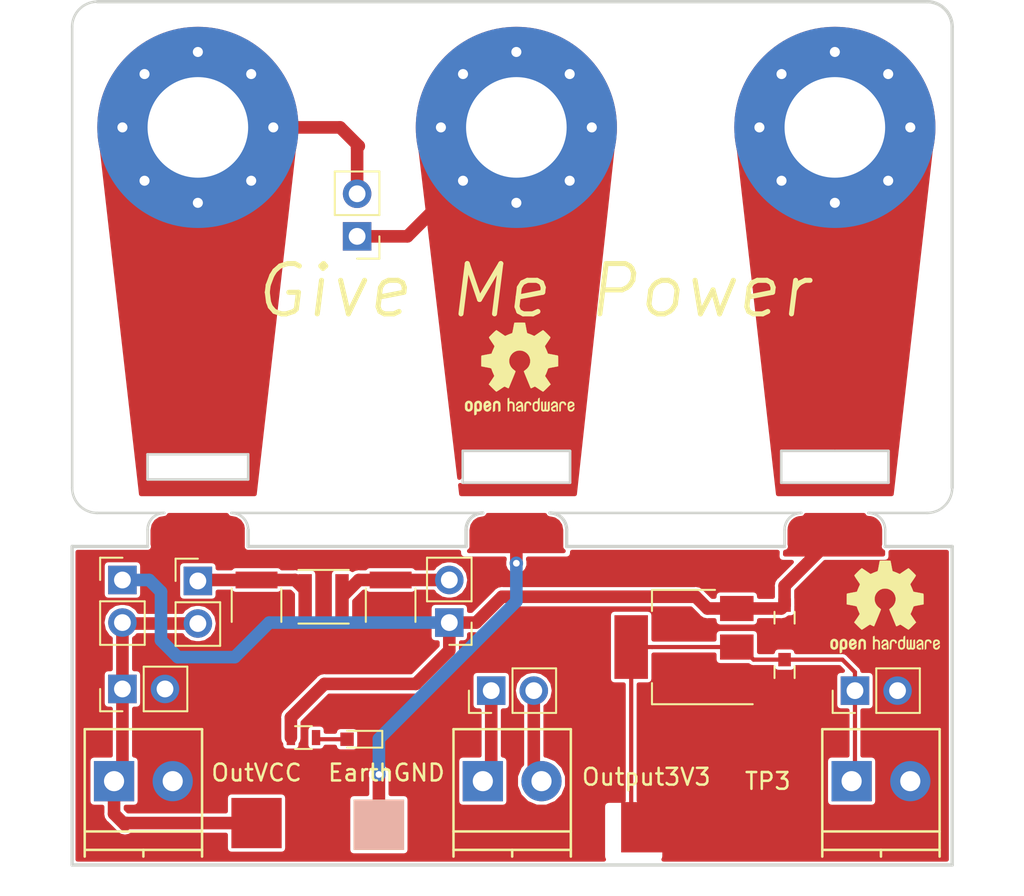
<source format=kicad_pcb>
(kicad_pcb (version 20171130) (host pcbnew "(5.0.0)")

  (general
    (thickness 1.6)
    (drawings 47)
    (tracks 73)
    (zones 0)
    (modules 27)
    (nets 11)
  )

  (page A4)
  (layers
    (0 F.Cu signal)
    (31 B.Cu signal)
    (32 B.Adhes user)
    (33 F.Adhes user)
    (34 B.Paste user)
    (35 F.Paste user)
    (36 B.SilkS user)
    (37 F.SilkS user)
    (38 B.Mask user)
    (39 F.Mask user)
    (40 Dwgs.User user)
    (41 Cmts.User user)
    (42 Eco1.User user)
    (43 Eco2.User user)
    (44 Edge.Cuts user)
    (45 Margin user)
    (46 B.CrtYd user)
    (47 F.CrtYd user)
    (48 B.Fab user)
    (49 F.Fab user)
  )

  (setup
    (last_trace_width 0.25)
    (trace_clearance 0.2)
    (zone_clearance 0.1)
    (zone_45_only no)
    (trace_min 0.2)
    (segment_width 0.2)
    (edge_width 0.15)
    (via_size 0.8)
    (via_drill 0.4)
    (via_min_size 0.4)
    (via_min_drill 0.3)
    (uvia_size 0.3)
    (uvia_drill 0.1)
    (uvias_allowed no)
    (uvia_min_size 0.2)
    (uvia_min_drill 0.1)
    (pcb_text_width 0.3)
    (pcb_text_size 1.5 1.5)
    (mod_edge_width 0.15)
    (mod_text_size 1 1)
    (mod_text_width 0.15)
    (pad_size 3 3)
    (pad_drill 0)
    (pad_to_mask_clearance 0.2)
    (aux_axis_origin 0 0)
    (visible_elements 7FEFEBFF)
    (pcbplotparams
      (layerselection 0x010fc_ffffffff)
      (usegerberextensions false)
      (usegerberattributes false)
      (usegerberadvancedattributes false)
      (creategerberjobfile false)
      (excludeedgelayer true)
      (linewidth 0.100000)
      (plotframeref false)
      (viasonmask false)
      (mode 1)
      (useauxorigin false)
      (hpglpennumber 1)
      (hpglpenspeed 20)
      (hpglpendiameter 15.000000)
      (psnegative false)
      (psa4output false)
      (plotreference true)
      (plotvalue true)
      (plotinvisibletext false)
      (padsonsilk false)
      (subtractmaskfromsilk false)
      (outputformat 1)
      (mirror false)
      (drillshape 1)
      (scaleselection 1)
      (outputdirectory ""))
  )

  (net 0 "")
  (net 1 /LowPassOut)
  (net 2 GND)
  (net 3 /LowPassIn)
  (net 4 "Net-(D1-Pad2)")
  (net 5 VCC)
  (net 6 /OutputVCC)
  (net 7 /Output3V3)
  (net 8 /EarthGND)
  (net 9 /AUXout)
  (net 10 /AUXIn)

  (net_class Default "This is the default net class."
    (clearance 0.2)
    (trace_width 0.25)
    (via_dia 0.8)
    (via_drill 0.4)
    (uvia_dia 0.3)
    (uvia_drill 0.1)
    (add_net /Output3V3)
    (add_net "Net-(D1-Pad2)")
  )

  (net_class PowerTrace ""
    (clearance 0.2)
    (trace_width 0.75)
    (via_dia 0.8)
    (via_drill 0.4)
    (uvia_dia 0.3)
    (uvia_drill 0.1)
    (add_net /AUXIn)
    (add_net /AUXout)
    (add_net /EarthGND)
    (add_net /LowPassIn)
    (add_net /LowPassOut)
    (add_net /OutputVCC)
    (add_net GND)
    (add_net VCC)
  )

  (module Symbols:OSHW-Logo2_7.3x6mm_SilkScreen (layer F.Cu) (tedit 0) (tstamp 5BBB1660)
    (at 129.2 104.4)
    (descr "Open Source Hardware Symbol")
    (tags "Logo Symbol OSHW")
    (attr virtual)
    (fp_text reference REF*** (at 0.05 0.1) (layer F.SilkS) hide
      (effects (font (size 1 1) (thickness 0.15)))
    )
    (fp_text value OSHW-Logo2_7.3x6mm_SilkScreen (at 0.75 0) (layer F.Fab) hide
      (effects (font (size 1 1) (thickness 0.15)))
    )
    (fp_poly (pts (xy 0.10391 -2.757652) (xy 0.182454 -2.757222) (xy 0.239298 -2.756058) (xy 0.278105 -2.753793)
      (xy 0.302538 -2.75006) (xy 0.316262 -2.744494) (xy 0.32294 -2.736727) (xy 0.326236 -2.726395)
      (xy 0.326556 -2.725057) (xy 0.331562 -2.700921) (xy 0.340829 -2.653299) (xy 0.353392 -2.587259)
      (xy 0.368287 -2.507872) (xy 0.384551 -2.420204) (xy 0.385119 -2.417125) (xy 0.40141 -2.331211)
      (xy 0.416652 -2.255304) (xy 0.429861 -2.193955) (xy 0.440054 -2.151718) (xy 0.446248 -2.133145)
      (xy 0.446543 -2.132816) (xy 0.464788 -2.123747) (xy 0.502405 -2.108633) (xy 0.551271 -2.090738)
      (xy 0.551543 -2.090642) (xy 0.613093 -2.067507) (xy 0.685657 -2.038035) (xy 0.754057 -2.008403)
      (xy 0.757294 -2.006938) (xy 0.868702 -1.956374) (xy 1.115399 -2.12484) (xy 1.191077 -2.176197)
      (xy 1.259631 -2.222111) (xy 1.317088 -2.25997) (xy 1.359476 -2.287163) (xy 1.382825 -2.301079)
      (xy 1.385042 -2.302111) (xy 1.40201 -2.297516) (xy 1.433701 -2.275345) (xy 1.481352 -2.234553)
      (xy 1.546198 -2.174095) (xy 1.612397 -2.109773) (xy 1.676214 -2.046388) (xy 1.733329 -1.988549)
      (xy 1.780305 -1.939825) (xy 1.813703 -1.90379) (xy 1.830085 -1.884016) (xy 1.830694 -1.882998)
      (xy 1.832505 -1.869428) (xy 1.825683 -1.847267) (xy 1.80854 -1.813522) (xy 1.779393 -1.7652)
      (xy 1.736555 -1.699308) (xy 1.679448 -1.614483) (xy 1.628766 -1.539823) (xy 1.583461 -1.47286)
      (xy 1.54615 -1.417484) (xy 1.519452 -1.37758) (xy 1.505985 -1.357038) (xy 1.505137 -1.355644)
      (xy 1.506781 -1.335962) (xy 1.519245 -1.297707) (xy 1.540048 -1.248111) (xy 1.547462 -1.232272)
      (xy 1.579814 -1.16171) (xy 1.614328 -1.081647) (xy 1.642365 -1.012371) (xy 1.662568 -0.960955)
      (xy 1.678615 -0.921881) (xy 1.687888 -0.901459) (xy 1.689041 -0.899886) (xy 1.706096 -0.897279)
      (xy 1.746298 -0.890137) (xy 1.804302 -0.879477) (xy 1.874763 -0.866315) (xy 1.952335 -0.851667)
      (xy 2.031672 -0.836551) (xy 2.107431 -0.821982) (xy 2.174264 -0.808978) (xy 2.226828 -0.798555)
      (xy 2.259776 -0.79173) (xy 2.267857 -0.789801) (xy 2.276205 -0.785038) (xy 2.282506 -0.774282)
      (xy 2.287045 -0.753902) (xy 2.290104 -0.720266) (xy 2.291967 -0.669745) (xy 2.292918 -0.598708)
      (xy 2.29324 -0.503524) (xy 2.293257 -0.464508) (xy 2.293257 -0.147201) (xy 2.217057 -0.132161)
      (xy 2.174663 -0.124005) (xy 2.1114 -0.112101) (xy 2.034962 -0.097884) (xy 1.953043 -0.08279)
      (xy 1.9304 -0.078645) (xy 1.854806 -0.063947) (xy 1.788953 -0.049495) (xy 1.738366 -0.036625)
      (xy 1.708574 -0.026678) (xy 1.703612 -0.023713) (xy 1.691426 -0.002717) (xy 1.673953 0.037967)
      (xy 1.654577 0.090322) (xy 1.650734 0.1016) (xy 1.625339 0.171523) (xy 1.593817 0.250418)
      (xy 1.562969 0.321266) (xy 1.562817 0.321595) (xy 1.511447 0.432733) (xy 1.680399 0.681253)
      (xy 1.849352 0.929772) (xy 1.632429 1.147058) (xy 1.566819 1.211726) (xy 1.506979 1.268733)
      (xy 1.456267 1.315033) (xy 1.418046 1.347584) (xy 1.395675 1.363343) (xy 1.392466 1.364343)
      (xy 1.373626 1.356469) (xy 1.33518 1.334578) (xy 1.28133 1.301267) (xy 1.216276 1.259131)
      (xy 1.14594 1.211943) (xy 1.074555 1.16381) (xy 1.010908 1.121928) (xy 0.959041 1.088871)
      (xy 0.922995 1.067218) (xy 0.906867 1.059543) (xy 0.887189 1.066037) (xy 0.849875 1.08315)
      (xy 0.802621 1.107326) (xy 0.797612 1.110013) (xy 0.733977 1.141927) (xy 0.690341 1.157579)
      (xy 0.663202 1.157745) (xy 0.649057 1.143204) (xy 0.648975 1.143) (xy 0.641905 1.125779)
      (xy 0.625042 1.084899) (xy 0.599695 1.023525) (xy 0.567171 0.944819) (xy 0.528778 0.851947)
      (xy 0.485822 0.748072) (xy 0.444222 0.647502) (xy 0.398504 0.536516) (xy 0.356526 0.433703)
      (xy 0.319548 0.342215) (xy 0.288827 0.265201) (xy 0.265622 0.205815) (xy 0.25119 0.167209)
      (xy 0.246743 0.1528) (xy 0.257896 0.136272) (xy 0.287069 0.10993) (xy 0.325971 0.080887)
      (xy 0.436757 -0.010961) (xy 0.523351 -0.116241) (xy 0.584716 -0.232734) (xy 0.619815 -0.358224)
      (xy 0.627608 -0.490493) (xy 0.621943 -0.551543) (xy 0.591078 -0.678205) (xy 0.53792 -0.790059)
      (xy 0.465767 -0.885999) (xy 0.377917 -0.964924) (xy 0.277665 -1.02573) (xy 0.16831 -1.067313)
      (xy 0.053147 -1.088572) (xy -0.064525 -1.088401) (xy -0.18141 -1.065699) (xy -0.294211 -1.019362)
      (xy -0.399631 -0.948287) (xy -0.443632 -0.908089) (xy -0.528021 -0.804871) (xy -0.586778 -0.692075)
      (xy -0.620296 -0.57299) (xy -0.628965 -0.450905) (xy -0.613177 -0.329107) (xy -0.573322 -0.210884)
      (xy -0.509793 -0.099525) (xy -0.422979 0.001684) (xy -0.325971 0.080887) (xy -0.285563 0.111162)
      (xy -0.257018 0.137219) (xy -0.246743 0.152825) (xy -0.252123 0.169843) (xy -0.267425 0.2105)
      (xy -0.291388 0.271642) (xy -0.322756 0.350119) (xy -0.360268 0.44278) (xy -0.402667 0.546472)
      (xy -0.444337 0.647526) (xy -0.49031 0.758607) (xy -0.532893 0.861541) (xy -0.570779 0.953165)
      (xy -0.60266 1.030316) (xy -0.627229 1.089831) (xy -0.64318 1.128544) (xy -0.64909 1.143)
      (xy -0.663052 1.157685) (xy -0.69006 1.157642) (xy -0.733587 1.142099) (xy -0.79711 1.110284)
      (xy -0.797612 1.110013) (xy -0.84544 1.085323) (xy -0.884103 1.067338) (xy -0.905905 1.059614)
      (xy -0.906867 1.059543) (xy -0.923279 1.067378) (xy -0.959513 1.089165) (xy -1.011526 1.122328)
      (xy -1.075275 1.164291) (xy -1.14594 1.211943) (xy -1.217884 1.260191) (xy -1.282726 1.302151)
      (xy -1.336265 1.335227) (xy -1.374303 1.356821) (xy -1.392467 1.364343) (xy -1.409192 1.354457)
      (xy -1.44282 1.326826) (xy -1.48999 1.284495) (xy -1.547342 1.230505) (xy -1.611516 1.167899)
      (xy -1.632503 1.146983) (xy -1.849501 0.929623) (xy -1.684332 0.68722) (xy -1.634136 0.612781)
      (xy -1.590081 0.545972) (xy -1.554638 0.490665) (xy -1.530281 0.450729) (xy -1.519478 0.430036)
      (xy -1.519162 0.428563) (xy -1.524857 0.409058) (xy -1.540174 0.369822) (xy -1.562463 0.31743)
      (xy -1.578107 0.282355) (xy -1.607359 0.215201) (xy -1.634906 0.147358) (xy -1.656263 0.090034)
      (xy -1.662065 0.072572) (xy -1.678548 0.025938) (xy -1.69466 -0.010095) (xy -1.70351 -0.023713)
      (xy -1.72304 -0.032048) (xy -1.765666 -0.043863) (xy -1.825855 -0.057819) (xy -1.898078 -0.072578)
      (xy -1.9304 -0.078645) (xy -2.012478 -0.093727) (xy -2.091205 -0.108331) (xy -2.158891 -0.12102)
      (xy -2.20784 -0.130358) (xy -2.217057 -0.132161) (xy -2.293257 -0.147201) (xy -2.293257 -0.464508)
      (xy -2.293086 -0.568846) (xy -2.292384 -0.647787) (xy -2.290866 -0.704962) (xy -2.288251 -0.744001)
      (xy -2.284254 -0.768535) (xy -2.278591 -0.782195) (xy -2.27098 -0.788611) (xy -2.267857 -0.789801)
      (xy -2.249022 -0.79402) (xy -2.207412 -0.802438) (xy -2.14837 -0.814039) (xy -2.077243 -0.827805)
      (xy -1.999375 -0.84272) (xy -1.920113 -0.857768) (xy -1.844802 -0.871931) (xy -1.778787 -0.884194)
      (xy -1.727413 -0.893539) (xy -1.696025 -0.89895) (xy -1.689041 -0.899886) (xy -1.682715 -0.912404)
      (xy -1.66871 -0.945754) (xy -1.649645 -0.993623) (xy -1.642366 -1.012371) (xy -1.613004 -1.084805)
      (xy -1.578429 -1.16483) (xy -1.547463 -1.232272) (xy -1.524677 -1.283841) (xy -1.509518 -1.326215)
      (xy -1.504458 -1.352166) (xy -1.505264 -1.355644) (xy -1.515959 -1.372064) (xy -1.54038 -1.408583)
      (xy -1.575905 -1.461313) (xy -1.619913 -1.526365) (xy -1.669783 -1.599849) (xy -1.679644 -1.614355)
      (xy -1.737508 -1.700296) (xy -1.780044 -1.765739) (xy -1.808946 -1.813696) (xy -1.82591 -1.84718)
      (xy -1.832633 -1.869205) (xy -1.83081 -1.882783) (xy -1.830764 -1.882869) (xy -1.816414 -1.900703)
      (xy -1.784677 -1.935183) (xy -1.73899 -1.982732) (xy -1.682796 -2.039778) (xy -1.619532 -2.102745)
      (xy -1.612398 -2.109773) (xy -1.53267 -2.18698) (xy -1.471143 -2.24367) (xy -1.426579 -2.28089)
      (xy -1.397743 -2.299685) (xy -1.385042 -2.302111) (xy -1.366506 -2.291529) (xy -1.328039 -2.267084)
      (xy -1.273614 -2.231388) (xy -1.207202 -2.187053) (xy -1.132775 -2.136689) (xy -1.115399 -2.12484)
      (xy -0.868703 -1.956374) (xy -0.757294 -2.006938) (xy -0.689543 -2.036405) (xy -0.616817 -2.066041)
      (xy -0.554297 -2.08967) (xy -0.551543 -2.090642) (xy -0.50264 -2.108543) (xy -0.464943 -2.12368)
      (xy -0.446575 -2.13279) (xy -0.446544 -2.132816) (xy -0.440715 -2.149283) (xy -0.430808 -2.189781)
      (xy -0.417805 -2.249758) (xy -0.402691 -2.32466) (xy -0.386448 -2.409936) (xy -0.385119 -2.417125)
      (xy -0.368825 -2.504986) (xy -0.353867 -2.58474) (xy -0.341209 -2.651319) (xy -0.331814 -2.699653)
      (xy -0.326646 -2.724675) (xy -0.326556 -2.725057) (xy -0.323411 -2.735701) (xy -0.317296 -2.743738)
      (xy -0.304547 -2.749533) (xy -0.2815 -2.753453) (xy -0.244491 -2.755865) (xy -0.189856 -2.757135)
      (xy -0.113933 -2.757629) (xy -0.013056 -2.757714) (xy 0 -2.757714) (xy 0.10391 -2.757652)) (layer F.SilkS) (width 0.01))
    (fp_poly (pts (xy 3.153595 1.966966) (xy 3.211021 2.004497) (xy 3.238719 2.038096) (xy 3.260662 2.099064)
      (xy 3.262405 2.147308) (xy 3.258457 2.211816) (xy 3.109686 2.276934) (xy 3.037349 2.310202)
      (xy 2.990084 2.336964) (xy 2.965507 2.360144) (xy 2.961237 2.382667) (xy 2.974889 2.407455)
      (xy 2.989943 2.423886) (xy 3.033746 2.450235) (xy 3.081389 2.452081) (xy 3.125145 2.431546)
      (xy 3.157289 2.390752) (xy 3.163038 2.376347) (xy 3.190576 2.331356) (xy 3.222258 2.312182)
      (xy 3.265714 2.295779) (xy 3.265714 2.357966) (xy 3.261872 2.400283) (xy 3.246823 2.435969)
      (xy 3.21528 2.476943) (xy 3.210592 2.482267) (xy 3.175506 2.51872) (xy 3.145347 2.538283)
      (xy 3.107615 2.547283) (xy 3.076335 2.55023) (xy 3.020385 2.550965) (xy 2.980555 2.54166)
      (xy 2.955708 2.527846) (xy 2.916656 2.497467) (xy 2.889625 2.464613) (xy 2.872517 2.423294)
      (xy 2.863238 2.367521) (xy 2.859693 2.291305) (xy 2.85941 2.252622) (xy 2.860372 2.206247)
      (xy 2.948007 2.206247) (xy 2.949023 2.231126) (xy 2.951556 2.2352) (xy 2.968274 2.229665)
      (xy 3.004249 2.215017) (xy 3.052331 2.19419) (xy 3.062386 2.189714) (xy 3.123152 2.158814)
      (xy 3.156632 2.131657) (xy 3.16399 2.10622) (xy 3.146391 2.080481) (xy 3.131856 2.069109)
      (xy 3.07941 2.046364) (xy 3.030322 2.050122) (xy 2.989227 2.077884) (xy 2.960758 2.127152)
      (xy 2.951631 2.166257) (xy 2.948007 2.206247) (xy 2.860372 2.206247) (xy 2.861285 2.162249)
      (xy 2.868196 2.095384) (xy 2.881884 2.046695) (xy 2.904096 2.010849) (xy 2.936574 1.982513)
      (xy 2.950733 1.973355) (xy 3.015053 1.949507) (xy 3.085473 1.948006) (xy 3.153595 1.966966)) (layer F.SilkS) (width 0.01))
    (fp_poly (pts (xy 2.6526 1.958752) (xy 2.669948 1.966334) (xy 2.711356 1.999128) (xy 2.746765 2.046547)
      (xy 2.768664 2.097151) (xy 2.772229 2.122098) (xy 2.760279 2.156927) (xy 2.734067 2.175357)
      (xy 2.705964 2.186516) (xy 2.693095 2.188572) (xy 2.686829 2.173649) (xy 2.674456 2.141175)
      (xy 2.669028 2.126502) (xy 2.63859 2.075744) (xy 2.59452 2.050427) (xy 2.53801 2.051206)
      (xy 2.533825 2.052203) (xy 2.503655 2.066507) (xy 2.481476 2.094393) (xy 2.466327 2.139287)
      (xy 2.45725 2.204615) (xy 2.453286 2.293804) (xy 2.452914 2.341261) (xy 2.45273 2.416071)
      (xy 2.451522 2.467069) (xy 2.448309 2.499471) (xy 2.442109 2.518495) (xy 2.43194 2.529356)
      (xy 2.416819 2.537272) (xy 2.415946 2.53767) (xy 2.386828 2.549981) (xy 2.372403 2.554514)
      (xy 2.370186 2.540809) (xy 2.368289 2.502925) (xy 2.366847 2.445715) (xy 2.365998 2.374027)
      (xy 2.365829 2.321565) (xy 2.366692 2.220047) (xy 2.37007 2.143032) (xy 2.377142 2.086023)
      (xy 2.389088 2.044526) (xy 2.40709 2.014043) (xy 2.432327 1.99008) (xy 2.457247 1.973355)
      (xy 2.517171 1.951097) (xy 2.586911 1.946076) (xy 2.6526 1.958752)) (layer F.SilkS) (width 0.01))
    (fp_poly (pts (xy 2.144876 1.956335) (xy 2.186667 1.975344) (xy 2.219469 1.998378) (xy 2.243503 2.024133)
      (xy 2.260097 2.057358) (xy 2.270577 2.1028) (xy 2.276271 2.165207) (xy 2.278507 2.249327)
      (xy 2.278743 2.304721) (xy 2.278743 2.520826) (xy 2.241774 2.53767) (xy 2.212656 2.549981)
      (xy 2.198231 2.554514) (xy 2.195472 2.541025) (xy 2.193282 2.504653) (xy 2.191942 2.451542)
      (xy 2.191657 2.409372) (xy 2.190434 2.348447) (xy 2.187136 2.300115) (xy 2.182321 2.270518)
      (xy 2.178496 2.264229) (xy 2.152783 2.270652) (xy 2.112418 2.287125) (xy 2.065679 2.309458)
      (xy 2.020845 2.333457) (xy 1.986193 2.35493) (xy 1.970002 2.369685) (xy 1.969938 2.369845)
      (xy 1.97133 2.397152) (xy 1.983818 2.423219) (xy 2.005743 2.444392) (xy 2.037743 2.451474)
      (xy 2.065092 2.450649) (xy 2.103826 2.450042) (xy 2.124158 2.459116) (xy 2.136369 2.483092)
      (xy 2.137909 2.487613) (xy 2.143203 2.521806) (xy 2.129047 2.542568) (xy 2.092148 2.552462)
      (xy 2.052289 2.554292) (xy 1.980562 2.540727) (xy 1.943432 2.521355) (xy 1.897576 2.475845)
      (xy 1.873256 2.419983) (xy 1.871073 2.360957) (xy 1.891629 2.305953) (xy 1.922549 2.271486)
      (xy 1.95342 2.252189) (xy 2.001942 2.227759) (xy 2.058485 2.202985) (xy 2.06791 2.199199)
      (xy 2.130019 2.171791) (xy 2.165822 2.147634) (xy 2.177337 2.123619) (xy 2.16658 2.096635)
      (xy 2.148114 2.075543) (xy 2.104469 2.049572) (xy 2.056446 2.047624) (xy 2.012406 2.067637)
      (xy 1.980709 2.107551) (xy 1.976549 2.117848) (xy 1.952327 2.155724) (xy 1.916965 2.183842)
      (xy 1.872343 2.206917) (xy 1.872343 2.141485) (xy 1.874969 2.101506) (xy 1.88623 2.069997)
      (xy 1.911199 2.036378) (xy 1.935169 2.010484) (xy 1.972441 1.973817) (xy 2.001401 1.954121)
      (xy 2.032505 1.94622) (xy 2.067713 1.944914) (xy 2.144876 1.956335)) (layer F.SilkS) (width 0.01))
    (fp_poly (pts (xy 1.779833 1.958663) (xy 1.782048 1.99685) (xy 1.783784 2.054886) (xy 1.784899 2.12818)
      (xy 1.785257 2.205055) (xy 1.785257 2.465196) (xy 1.739326 2.511127) (xy 1.707675 2.539429)
      (xy 1.67989 2.550893) (xy 1.641915 2.550168) (xy 1.62684 2.548321) (xy 1.579726 2.542948)
      (xy 1.540756 2.539869) (xy 1.531257 2.539585) (xy 1.499233 2.541445) (xy 1.453432 2.546114)
      (xy 1.435674 2.548321) (xy 1.392057 2.551735) (xy 1.362745 2.54432) (xy 1.33368 2.521427)
      (xy 1.323188 2.511127) (xy 1.277257 2.465196) (xy 1.277257 1.978602) (xy 1.314226 1.961758)
      (xy 1.346059 1.949282) (xy 1.364683 1.944914) (xy 1.369458 1.958718) (xy 1.373921 1.997286)
      (xy 1.377775 2.056356) (xy 1.380722 2.131663) (xy 1.382143 2.195286) (xy 1.386114 2.445657)
      (xy 1.420759 2.450556) (xy 1.452268 2.447131) (xy 1.467708 2.436041) (xy 1.472023 2.415308)
      (xy 1.475708 2.371145) (xy 1.478469 2.309146) (xy 1.480012 2.234909) (xy 1.480235 2.196706)
      (xy 1.480457 1.976783) (xy 1.526166 1.960849) (xy 1.558518 1.950015) (xy 1.576115 1.944962)
      (xy 1.576623 1.944914) (xy 1.578388 1.958648) (xy 1.580329 1.99673) (xy 1.582282 2.054482)
      (xy 1.584084 2.127227) (xy 1.585343 2.195286) (xy 1.589314 2.445657) (xy 1.6764 2.445657)
      (xy 1.680396 2.21724) (xy 1.684392 1.988822) (xy 1.726847 1.966868) (xy 1.758192 1.951793)
      (xy 1.776744 1.944951) (xy 1.777279 1.944914) (xy 1.779833 1.958663)) (layer F.SilkS) (width 0.01))
    (fp_poly (pts (xy 1.190117 2.065358) (xy 1.189933 2.173837) (xy 1.189219 2.257287) (xy 1.187675 2.319704)
      (xy 1.185001 2.365085) (xy 1.180894 2.397429) (xy 1.175055 2.420733) (xy 1.167182 2.438995)
      (xy 1.161221 2.449418) (xy 1.111855 2.505945) (xy 1.049264 2.541377) (xy 0.980013 2.55409)
      (xy 0.910668 2.542463) (xy 0.869375 2.521568) (xy 0.826025 2.485422) (xy 0.796481 2.441276)
      (xy 0.778655 2.383462) (xy 0.770463 2.306313) (xy 0.769302 2.249714) (xy 0.769458 2.245647)
      (xy 0.870857 2.245647) (xy 0.871476 2.31055) (xy 0.874314 2.353514) (xy 0.88084 2.381622)
      (xy 0.892523 2.401953) (xy 0.906483 2.417288) (xy 0.953365 2.44689) (xy 1.003701 2.449419)
      (xy 1.051276 2.424705) (xy 1.054979 2.421356) (xy 1.070783 2.403935) (xy 1.080693 2.383209)
      (xy 1.086058 2.352362) (xy 1.088228 2.304577) (xy 1.088571 2.251748) (xy 1.087827 2.185381)
      (xy 1.084748 2.141106) (xy 1.078061 2.112009) (xy 1.066496 2.091173) (xy 1.057013 2.080107)
      (xy 1.01296 2.052198) (xy 0.962224 2.048843) (xy 0.913796 2.070159) (xy 0.90445 2.078073)
      (xy 0.88854 2.095647) (xy 0.87861 2.116587) (xy 0.873278 2.147782) (xy 0.871163 2.196122)
      (xy 0.870857 2.245647) (xy 0.769458 2.245647) (xy 0.77281 2.158568) (xy 0.784726 2.090086)
      (xy 0.807135 2.0386) (xy 0.842124 1.998443) (xy 0.869375 1.977861) (xy 0.918907 1.955625)
      (xy 0.976316 1.945304) (xy 1.029682 1.948067) (xy 1.059543 1.959212) (xy 1.071261 1.962383)
      (xy 1.079037 1.950557) (xy 1.084465 1.918866) (xy 1.088571 1.870593) (xy 1.093067 1.816829)
      (xy 1.099313 1.784482) (xy 1.110676 1.765985) (xy 1.130528 1.75377) (xy 1.143 1.748362)
      (xy 1.190171 1.728601) (xy 1.190117 2.065358)) (layer F.SilkS) (width 0.01))
    (fp_poly (pts (xy 0.529926 1.949755) (xy 0.595858 1.974084) (xy 0.649273 2.017117) (xy 0.670164 2.047409)
      (xy 0.692939 2.102994) (xy 0.692466 2.143186) (xy 0.668562 2.170217) (xy 0.659717 2.174813)
      (xy 0.62153 2.189144) (xy 0.602028 2.185472) (xy 0.595422 2.161407) (xy 0.595086 2.148114)
      (xy 0.582992 2.09921) (xy 0.551471 2.064999) (xy 0.507659 2.048476) (xy 0.458695 2.052634)
      (xy 0.418894 2.074227) (xy 0.40545 2.086544) (xy 0.395921 2.101487) (xy 0.389485 2.124075)
      (xy 0.385317 2.159328) (xy 0.382597 2.212266) (xy 0.380502 2.287907) (xy 0.37996 2.311857)
      (xy 0.377981 2.39379) (xy 0.375731 2.451455) (xy 0.372357 2.489608) (xy 0.367006 2.513004)
      (xy 0.358824 2.526398) (xy 0.346959 2.534545) (xy 0.339362 2.538144) (xy 0.307102 2.550452)
      (xy 0.288111 2.554514) (xy 0.281836 2.540948) (xy 0.278006 2.499934) (xy 0.2766 2.430999)
      (xy 0.277598 2.333669) (xy 0.277908 2.318657) (xy 0.280101 2.229859) (xy 0.282693 2.165019)
      (xy 0.286382 2.119067) (xy 0.291864 2.086935) (xy 0.299835 2.063553) (xy 0.310993 2.043852)
      (xy 0.31683 2.03541) (xy 0.350296 1.998057) (xy 0.387727 1.969003) (xy 0.392309 1.966467)
      (xy 0.459426 1.946443) (xy 0.529926 1.949755)) (layer F.SilkS) (width 0.01))
    (fp_poly (pts (xy 0.039744 1.950968) (xy 0.096616 1.972087) (xy 0.097267 1.972493) (xy 0.13244 1.99838)
      (xy 0.158407 2.028633) (xy 0.17667 2.068058) (xy 0.188732 2.121462) (xy 0.196096 2.193651)
      (xy 0.200264 2.289432) (xy 0.200629 2.303078) (xy 0.205876 2.508842) (xy 0.161716 2.531678)
      (xy 0.129763 2.54711) (xy 0.11047 2.554423) (xy 0.109578 2.554514) (xy 0.106239 2.541022)
      (xy 0.103587 2.504626) (xy 0.101956 2.451452) (xy 0.1016 2.408393) (xy 0.101592 2.338641)
      (xy 0.098403 2.294837) (xy 0.087288 2.273944) (xy 0.063501 2.272925) (xy 0.022296 2.288741)
      (xy -0.039914 2.317815) (xy -0.085659 2.341963) (xy -0.109187 2.362913) (xy -0.116104 2.385747)
      (xy -0.116114 2.386877) (xy -0.104701 2.426212) (xy -0.070908 2.447462) (xy -0.019191 2.450539)
      (xy 0.018061 2.450006) (xy 0.037703 2.460735) (xy 0.049952 2.486505) (xy 0.057002 2.519337)
      (xy 0.046842 2.537966) (xy 0.043017 2.540632) (xy 0.007001 2.55134) (xy -0.043434 2.552856)
      (xy -0.095374 2.545759) (xy -0.132178 2.532788) (xy -0.183062 2.489585) (xy -0.211986 2.429446)
      (xy -0.217714 2.382462) (xy -0.213343 2.340082) (xy -0.197525 2.305488) (xy -0.166203 2.274763)
      (xy -0.115322 2.24399) (xy -0.040824 2.209252) (xy -0.036286 2.207288) (xy 0.030821 2.176287)
      (xy 0.072232 2.150862) (xy 0.089981 2.128014) (xy 0.086107 2.104745) (xy 0.062643 2.078056)
      (xy 0.055627 2.071914) (xy 0.00863 2.0481) (xy -0.040067 2.049103) (xy -0.082478 2.072451)
      (xy -0.110616 2.115675) (xy -0.113231 2.12416) (xy -0.138692 2.165308) (xy -0.170999 2.185128)
      (xy -0.217714 2.20477) (xy -0.217714 2.15395) (xy -0.203504 2.080082) (xy -0.161325 2.012327)
      (xy -0.139376 1.989661) (xy -0.089483 1.960569) (xy -0.026033 1.9474) (xy 0.039744 1.950968)) (layer F.SilkS) (width 0.01))
    (fp_poly (pts (xy -0.624114 1.851289) (xy -0.619861 1.910613) (xy -0.614975 1.945572) (xy -0.608205 1.96082)
      (xy -0.598298 1.961015) (xy -0.595086 1.959195) (xy -0.552356 1.946015) (xy -0.496773 1.946785)
      (xy -0.440263 1.960333) (xy -0.404918 1.977861) (xy -0.368679 2.005861) (xy -0.342187 2.037549)
      (xy -0.324001 2.077813) (xy -0.312678 2.131543) (xy -0.306778 2.203626) (xy -0.304857 2.298951)
      (xy -0.304823 2.317237) (xy -0.3048 2.522646) (xy -0.350509 2.53858) (xy -0.382973 2.54942)
      (xy -0.400785 2.554468) (xy -0.401309 2.554514) (xy -0.403063 2.540828) (xy -0.404556 2.503076)
      (xy -0.405674 2.446224) (xy -0.406303 2.375234) (xy -0.4064 2.332073) (xy -0.406602 2.246973)
      (xy -0.407642 2.185981) (xy -0.410169 2.144177) (xy -0.414836 2.116642) (xy -0.422293 2.098456)
      (xy -0.433189 2.084698) (xy -0.439993 2.078073) (xy -0.486728 2.051375) (xy -0.537728 2.049375)
      (xy -0.583999 2.071955) (xy -0.592556 2.080107) (xy -0.605107 2.095436) (xy -0.613812 2.113618)
      (xy -0.619369 2.139909) (xy -0.622474 2.179562) (xy -0.623824 2.237832) (xy -0.624114 2.318173)
      (xy -0.624114 2.522646) (xy -0.669823 2.53858) (xy -0.702287 2.54942) (xy -0.720099 2.554468)
      (xy -0.720623 2.554514) (xy -0.721963 2.540623) (xy -0.723172 2.501439) (xy -0.724199 2.4407)
      (xy -0.724998 2.362141) (xy -0.725519 2.269498) (xy -0.725714 2.166509) (xy -0.725714 1.769342)
      (xy -0.678543 1.749444) (xy -0.631371 1.729547) (xy -0.624114 1.851289)) (layer F.SilkS) (width 0.01))
    (fp_poly (pts (xy -1.831697 1.931239) (xy -1.774473 1.969735) (xy -1.730251 2.025335) (xy -1.703833 2.096086)
      (xy -1.69849 2.148162) (xy -1.699097 2.169893) (xy -1.704178 2.186531) (xy -1.718145 2.201437)
      (xy -1.745411 2.217973) (xy -1.790388 2.239498) (xy -1.857489 2.269374) (xy -1.857829 2.269524)
      (xy -1.919593 2.297813) (xy -1.970241 2.322933) (xy -2.004596 2.342179) (xy -2.017482 2.352848)
      (xy -2.017486 2.352934) (xy -2.006128 2.376166) (xy -1.979569 2.401774) (xy -1.949077 2.420221)
      (xy -1.93363 2.423886) (xy -1.891485 2.411212) (xy -1.855192 2.379471) (xy -1.837483 2.344572)
      (xy -1.820448 2.318845) (xy -1.787078 2.289546) (xy -1.747851 2.264235) (xy -1.713244 2.250471)
      (xy -1.706007 2.249714) (xy -1.697861 2.26216) (xy -1.69737 2.293972) (xy -1.703357 2.336866)
      (xy -1.714643 2.382558) (xy -1.73005 2.422761) (xy -1.730829 2.424322) (xy -1.777196 2.489062)
      (xy -1.837289 2.533097) (xy -1.905535 2.554711) (xy -1.976362 2.552185) (xy -2.044196 2.523804)
      (xy -2.047212 2.521808) (xy -2.100573 2.473448) (xy -2.13566 2.410352) (xy -2.155078 2.327387)
      (xy -2.157684 2.304078) (xy -2.162299 2.194055) (xy -2.156767 2.142748) (xy -2.017486 2.142748)
      (xy -2.015676 2.174753) (xy -2.005778 2.184093) (xy -1.981102 2.177105) (xy -1.942205 2.160587)
      (xy -1.898725 2.139881) (xy -1.897644 2.139333) (xy -1.860791 2.119949) (xy -1.846 2.107013)
      (xy -1.849647 2.093451) (xy -1.865005 2.075632) (xy -1.904077 2.049845) (xy -1.946154 2.04795)
      (xy -1.983897 2.066717) (xy -2.009966 2.102915) (xy -2.017486 2.142748) (xy -2.156767 2.142748)
      (xy -2.152806 2.106027) (xy -2.12845 2.036212) (xy -2.094544 1.987302) (xy -2.033347 1.937878)
      (xy -1.965937 1.913359) (xy -1.89712 1.911797) (xy -1.831697 1.931239)) (layer F.SilkS) (width 0.01))
    (fp_poly (pts (xy -2.958885 1.921962) (xy -2.890855 1.957733) (xy -2.840649 2.015301) (xy -2.822815 2.052312)
      (xy -2.808937 2.107882) (xy -2.801833 2.178096) (xy -2.80116 2.254727) (xy -2.806573 2.329552)
      (xy -2.81773 2.394342) (xy -2.834286 2.440873) (xy -2.839374 2.448887) (xy -2.899645 2.508707)
      (xy -2.971231 2.544535) (xy -3.048908 2.55502) (xy -3.127452 2.53881) (xy -3.149311 2.529092)
      (xy -3.191878 2.499143) (xy -3.229237 2.459433) (xy -3.232768 2.454397) (xy -3.247119 2.430124)
      (xy -3.256606 2.404178) (xy -3.26221 2.370022) (xy -3.264914 2.321119) (xy -3.265701 2.250935)
      (xy -3.265714 2.2352) (xy -3.265678 2.230192) (xy -3.120571 2.230192) (xy -3.119727 2.29643)
      (xy -3.116404 2.340386) (xy -3.109417 2.368779) (xy -3.097584 2.388325) (xy -3.091543 2.394857)
      (xy -3.056814 2.41968) (xy -3.023097 2.418548) (xy -2.989005 2.397016) (xy -2.968671 2.374029)
      (xy -2.956629 2.340478) (xy -2.949866 2.287569) (xy -2.949402 2.281399) (xy -2.948248 2.185513)
      (xy -2.960312 2.114299) (xy -2.98543 2.068194) (xy -3.02344 2.047635) (xy -3.037008 2.046514)
      (xy -3.072636 2.052152) (xy -3.097006 2.071686) (xy -3.111907 2.109042) (xy -3.119125 2.16815)
      (xy -3.120571 2.230192) (xy -3.265678 2.230192) (xy -3.265174 2.160413) (xy -3.262904 2.108159)
      (xy -3.257932 2.071949) (xy -3.249287 2.045299) (xy -3.235995 2.021722) (xy -3.233057 2.017338)
      (xy -3.183687 1.958249) (xy -3.129891 1.923947) (xy -3.064398 1.910331) (xy -3.042158 1.909665)
      (xy -2.958885 1.921962)) (layer F.SilkS) (width 0.01))
    (fp_poly (pts (xy -1.283907 1.92778) (xy -1.237328 1.954723) (xy -1.204943 1.981466) (xy -1.181258 2.009484)
      (xy -1.164941 2.043748) (xy -1.154661 2.089227) (xy -1.149086 2.150892) (xy -1.146884 2.233711)
      (xy -1.146629 2.293246) (xy -1.146629 2.512391) (xy -1.208314 2.540044) (xy -1.27 2.567697)
      (xy -1.277257 2.32767) (xy -1.280256 2.238028) (xy -1.283402 2.172962) (xy -1.287299 2.128026)
      (xy -1.292553 2.09877) (xy -1.299769 2.080748) (xy -1.30955 2.069511) (xy -1.312688 2.067079)
      (xy -1.360239 2.048083) (xy -1.408303 2.0556) (xy -1.436914 2.075543) (xy -1.448553 2.089675)
      (xy -1.456609 2.10822) (xy -1.461729 2.136334) (xy -1.464559 2.179173) (xy -1.465744 2.241895)
      (xy -1.465943 2.307261) (xy -1.465982 2.389268) (xy -1.467386 2.447316) (xy -1.472086 2.486465)
      (xy -1.482013 2.51178) (xy -1.499097 2.528323) (xy -1.525268 2.541156) (xy -1.560225 2.554491)
      (xy -1.598404 2.569007) (xy -1.593859 2.311389) (xy -1.592029 2.218519) (xy -1.589888 2.149889)
      (xy -1.586819 2.100711) (xy -1.582206 2.066198) (xy -1.575432 2.041562) (xy -1.565881 2.022016)
      (xy -1.554366 2.00477) (xy -1.49881 1.94968) (xy -1.43102 1.917822) (xy -1.357287 1.910191)
      (xy -1.283907 1.92778)) (layer F.SilkS) (width 0.01))
    (fp_poly (pts (xy -2.400256 1.919918) (xy -2.344799 1.947568) (xy -2.295852 1.99848) (xy -2.282371 2.017338)
      (xy -2.267686 2.042015) (xy -2.258158 2.068816) (xy -2.252707 2.104587) (xy -2.250253 2.156169)
      (xy -2.249714 2.224267) (xy -2.252148 2.317588) (xy -2.260606 2.387657) (xy -2.276826 2.439931)
      (xy -2.302546 2.479869) (xy -2.339503 2.512929) (xy -2.342218 2.514886) (xy -2.37864 2.534908)
      (xy -2.422498 2.544815) (xy -2.478276 2.547257) (xy -2.568952 2.547257) (xy -2.56899 2.635283)
      (xy -2.569834 2.684308) (xy -2.574976 2.713065) (xy -2.588413 2.730311) (xy -2.614142 2.744808)
      (xy -2.620321 2.747769) (xy -2.649236 2.761648) (xy -2.671624 2.770414) (xy -2.688271 2.771171)
      (xy -2.699964 2.761023) (xy -2.70749 2.737073) (xy -2.711634 2.696426) (xy -2.713185 2.636186)
      (xy -2.712929 2.553455) (xy -2.711651 2.445339) (xy -2.711252 2.413) (xy -2.709815 2.301524)
      (xy -2.708528 2.228603) (xy -2.569029 2.228603) (xy -2.568245 2.290499) (xy -2.56476 2.330997)
      (xy -2.556876 2.357708) (xy -2.542895 2.378244) (xy -2.533403 2.38826) (xy -2.494596 2.417567)
      (xy -2.460237 2.419952) (xy -2.424784 2.39575) (xy -2.423886 2.394857) (xy -2.409461 2.376153)
      (xy -2.400687 2.350732) (xy -2.396261 2.311584) (xy -2.394882 2.251697) (xy -2.394857 2.23843)
      (xy -2.398188 2.155901) (xy -2.409031 2.098691) (xy -2.42866 2.063766) (xy -2.45835 2.048094)
      (xy -2.475509 2.046514) (xy -2.516234 2.053926) (xy -2.544168 2.07833) (xy -2.560983 2.12298)
      (xy -2.56835 2.19113) (xy -2.569029 2.228603) (xy -2.708528 2.228603) (xy -2.708292 2.215245)
      (xy -2.706323 2.150333) (xy -2.70355 2.102958) (xy -2.699612 2.06929) (xy -2.694151 2.045498)
      (xy -2.686808 2.027753) (xy -2.677223 2.012224) (xy -2.673113 2.006381) (xy -2.618595 1.951185)
      (xy -2.549664 1.91989) (xy -2.469928 1.911165) (xy -2.400256 1.919918)) (layer F.SilkS) (width 0.01))
  )

  (module Capacitors_SMD:C_0603 (layer F.Cu) (tedit 5BBB1487) (tstamp 5BAD0479)
    (at 145 119.25 270)
    (descr "Capacitor SMD 0603, reflow soldering, AVX (see smccp.pdf)")
    (tags "capacitor 0603")
    (path /5BAD4AC3)
    (attr smd)
    (fp_text reference C1 (at 0 -1.5 270) (layer F.SilkS) hide
      (effects (font (size 1 1) (thickness 0.15)))
    )
    (fp_text value C (at 0 1.5 270) (layer F.Fab)
      (effects (font (size 1 1) (thickness 0.15)))
    )
    (fp_line (start 1.4 0.65) (end -1.4 0.65) (layer F.CrtYd) (width 0.05))
    (fp_line (start 1.4 0.65) (end 1.4 -0.65) (layer F.CrtYd) (width 0.05))
    (fp_line (start -1.4 -0.65) (end -1.4 0.65) (layer F.CrtYd) (width 0.05))
    (fp_line (start -1.4 -0.65) (end 1.4 -0.65) (layer F.CrtYd) (width 0.05))
    (fp_line (start 0.35 0.6) (end -0.35 0.6) (layer F.SilkS) (width 0.12))
    (fp_line (start -0.35 -0.6) (end 0.35 -0.6) (layer F.SilkS) (width 0.12))
    (fp_line (start -0.8 -0.4) (end 0.8 -0.4) (layer F.Fab) (width 0.1))
    (fp_line (start 0.8 -0.4) (end 0.8 0.4) (layer F.Fab) (width 0.1))
    (fp_line (start 0.8 0.4) (end -0.8 0.4) (layer F.Fab) (width 0.1))
    (fp_line (start -0.8 0.4) (end -0.8 -0.4) (layer F.Fab) (width 0.1))
    (fp_text user %R (at 0 0 270) (layer F.Fab)
      (effects (font (size 0.3 0.3) (thickness 0.075)))
    )
    (pad 2 smd rect (at 0.75 0 270) (size 0.8 0.75) (layers F.Cu F.Paste F.Mask)
      (net 2 GND))
    (pad 1 smd rect (at -0.75 0 270) (size 0.8 0.75) (layers F.Cu F.Paste F.Mask)
      (net 5 VCC))
    (model Capacitors_SMD.3dshapes/C_0603.wrl
      (at (xyz 0 0 0))
      (scale (xyz 1 1 1))
      (rotate (xyz 0 0 0))
    )
  )

  (module Capacitors_SMD:C_1210 (layer F.Cu) (tedit 5BBB1473) (tstamp 5BACFB54)
    (at 121.5 118.5 270)
    (descr "Capacitor SMD 1210, reflow soldering, AVX (see smccp.pdf)")
    (tags "capacitor 1210")
    (path /5BA8FF32)
    (attr smd)
    (fp_text reference C3 (at 0 -2.25 270) (layer F.SilkS) hide
      (effects (font (size 1 1) (thickness 0.15)))
    )
    (fp_text value C (at 0 2.5 270) (layer F.Fab)
      (effects (font (size 1 1) (thickness 0.15)))
    )
    (fp_text user %R (at 0 -2.25 270) (layer F.Fab)
      (effects (font (size 1 1) (thickness 0.15)))
    )
    (fp_line (start -1.6 1.25) (end -1.6 -1.25) (layer F.Fab) (width 0.1))
    (fp_line (start 1.6 1.25) (end -1.6 1.25) (layer F.Fab) (width 0.1))
    (fp_line (start 1.6 -1.25) (end 1.6 1.25) (layer F.Fab) (width 0.1))
    (fp_line (start -1.6 -1.25) (end 1.6 -1.25) (layer F.Fab) (width 0.1))
    (fp_line (start 1 -1.48) (end -1 -1.48) (layer F.SilkS) (width 0.12))
    (fp_line (start -1 1.48) (end 1 1.48) (layer F.SilkS) (width 0.12))
    (fp_line (start -2.25 -1.5) (end 2.25 -1.5) (layer F.CrtYd) (width 0.05))
    (fp_line (start -2.25 -1.5) (end -2.25 1.5) (layer F.CrtYd) (width 0.05))
    (fp_line (start 2.25 1.5) (end 2.25 -1.5) (layer F.CrtYd) (width 0.05))
    (fp_line (start 2.25 1.5) (end -2.25 1.5) (layer F.CrtYd) (width 0.05))
    (pad 1 smd rect (at -1.5 0 270) (size 1 2.5) (layers F.Cu F.Paste F.Mask)
      (net 3 /LowPassIn))
    (pad 2 smd rect (at 1.5 0 270) (size 1 2.5) (layers F.Cu F.Paste F.Mask)
      (net 2 GND))
    (model Capacitors_SMD.3dshapes/C_1210.wrl
      (at (xyz 0 0 0))
      (scale (xyz 1 1 1))
      (rotate (xyz 0 0 0))
    )
  )

  (module Capacitors_SMD:C_1210 (layer F.Cu) (tedit 5BBB1441) (tstamp 5BABA46B)
    (at 113.5 118.5 270)
    (descr "Capacitor SMD 1210, reflow soldering, AVX (see smccp.pdf)")
    (tags "capacitor 1210")
    (path /5BA8FF9A)
    (attr smd)
    (fp_text reference C2 (at 0 -2.25 270) (layer F.SilkS) hide
      (effects (font (size 1 1) (thickness 0.15)))
    )
    (fp_text value C (at 0 2.5 270) (layer F.Fab)
      (effects (font (size 1 1) (thickness 0.15)))
    )
    (fp_text user %R (at 0 -2.25 270) (layer F.Fab)
      (effects (font (size 1 1) (thickness 0.15)))
    )
    (fp_line (start -1.6 1.25) (end -1.6 -1.25) (layer F.Fab) (width 0.1))
    (fp_line (start 1.6 1.25) (end -1.6 1.25) (layer F.Fab) (width 0.1))
    (fp_line (start 1.6 -1.25) (end 1.6 1.25) (layer F.Fab) (width 0.1))
    (fp_line (start -1.6 -1.25) (end 1.6 -1.25) (layer F.Fab) (width 0.1))
    (fp_line (start 1 -1.48) (end -1 -1.48) (layer F.SilkS) (width 0.12))
    (fp_line (start -1 1.48) (end 1 1.48) (layer F.SilkS) (width 0.12))
    (fp_line (start -2.25 -1.5) (end 2.25 -1.5) (layer F.CrtYd) (width 0.05))
    (fp_line (start -2.25 -1.5) (end -2.25 1.5) (layer F.CrtYd) (width 0.05))
    (fp_line (start 2.25 1.5) (end 2.25 -1.5) (layer F.CrtYd) (width 0.05))
    (fp_line (start 2.25 1.5) (end -2.25 1.5) (layer F.CrtYd) (width 0.05))
    (pad 1 smd rect (at -1.5 0 270) (size 1 2.5) (layers F.Cu F.Paste F.Mask)
      (net 1 /LowPassOut))
    (pad 2 smd rect (at 1.5 0 270) (size 1 2.5) (layers F.Cu F.Paste F.Mask)
      (net 2 GND))
    (model Capacitors_SMD.3dshapes/C_1210.wrl
      (at (xyz 0 0 0))
      (scale (xyz 1 1 1))
      (rotate (xyz 0 0 0))
    )
  )

  (module LEDs:LED_0603 (layer F.Cu) (tedit 5BBB11D7) (tstamp 5BABA491)
    (at 119.7 126.5 180)
    (descr "LED 0603 smd package")
    (tags "LED led 0603 SMD smd SMT smt smdled SMDLED smtled SMTLED")
    (path /5BA89984)
    (attr smd)
    (fp_text reference D1 (at 0 -1.25 180) (layer F.SilkS) hide
      (effects (font (size 1 1) (thickness 0.15)))
    )
    (fp_text value LED (at 0 1.35 180) (layer F.Fab)
      (effects (font (size 1 1) (thickness 0.15)))
    )
    (fp_line (start -1.45 -0.65) (end 1.45 -0.65) (layer F.CrtYd) (width 0.05))
    (fp_line (start -1.45 0.65) (end -1.45 -0.65) (layer F.CrtYd) (width 0.05))
    (fp_line (start 1.45 0.65) (end -1.45 0.65) (layer F.CrtYd) (width 0.05))
    (fp_line (start 1.45 -0.65) (end 1.45 0.65) (layer F.CrtYd) (width 0.05))
    (fp_line (start -1.3 -0.5) (end 0.8 -0.5) (layer F.SilkS) (width 0.12))
    (fp_line (start -1.3 0.5) (end 0.8 0.5) (layer F.SilkS) (width 0.12))
    (fp_line (start -0.8 0.4) (end -0.8 -0.4) (layer F.Fab) (width 0.1))
    (fp_line (start -0.8 -0.4) (end 0.8 -0.4) (layer F.Fab) (width 0.1))
    (fp_line (start 0.8 -0.4) (end 0.8 0.4) (layer F.Fab) (width 0.1))
    (fp_line (start 0.8 0.4) (end -0.8 0.4) (layer F.Fab) (width 0.1))
    (fp_line (start 0.15 -0.2) (end 0.15 0.2) (layer F.Fab) (width 0.1))
    (fp_line (start 0.15 0.2) (end -0.15 0) (layer F.Fab) (width 0.1))
    (fp_line (start -0.15 0) (end 0.15 -0.2) (layer F.Fab) (width 0.1))
    (fp_line (start -0.2 -0.2) (end -0.2 0.2) (layer F.Fab) (width 0.1))
    (fp_line (start -1.3 -0.5) (end -1.3 0.5) (layer F.SilkS) (width 0.12))
    (pad 1 smd rect (at -0.8 0) (size 0.8 0.8) (layers F.Cu F.Paste F.Mask)
      (net 2 GND))
    (pad 2 smd rect (at 0.8 0) (size 0.8 0.8) (layers F.Cu F.Paste F.Mask)
      (net 4 "Net-(D1-Pad2)"))
    (model ${KISYS3DMOD}/LEDs.3dshapes/LED_0603.wrl
      (at (xyz 0 0 0))
      (scale (xyz 1 1 1))
      (rotate (xyz 0 0 180))
    )
  )

  (module Pin_Headers:Pin_Header_Straight_1x02_Pitch2.54mm (layer F.Cu) (tedit 5BBB1498) (tstamp 5BABA4A7)
    (at 119.5 96.5 180)
    (descr "Through hole straight pin header, 1x02, 2.54mm pitch, single row")
    (tags "Through hole pin header THT 1x02 2.54mm single row")
    (path /5BA91002)
    (fp_text reference J1 (at 0 -2.33 180) (layer F.SilkS) hide
      (effects (font (size 1 1) (thickness 0.15)))
    )
    (fp_text value Conn_01x02_Male (at 0 4.87 180) (layer F.Fab)
      (effects (font (size 1 1) (thickness 0.15)))
    )
    (fp_line (start -0.635 -1.27) (end 1.27 -1.27) (layer F.Fab) (width 0.1))
    (fp_line (start 1.27 -1.27) (end 1.27 3.81) (layer F.Fab) (width 0.1))
    (fp_line (start 1.27 3.81) (end -1.27 3.81) (layer F.Fab) (width 0.1))
    (fp_line (start -1.27 3.81) (end -1.27 -0.635) (layer F.Fab) (width 0.1))
    (fp_line (start -1.27 -0.635) (end -0.635 -1.27) (layer F.Fab) (width 0.1))
    (fp_line (start -1.33 3.87) (end 1.33 3.87) (layer F.SilkS) (width 0.12))
    (fp_line (start -1.33 1.27) (end -1.33 3.87) (layer F.SilkS) (width 0.12))
    (fp_line (start 1.33 1.27) (end 1.33 3.87) (layer F.SilkS) (width 0.12))
    (fp_line (start -1.33 1.27) (end 1.33 1.27) (layer F.SilkS) (width 0.12))
    (fp_line (start -1.33 0) (end -1.33 -1.33) (layer F.SilkS) (width 0.12))
    (fp_line (start -1.33 -1.33) (end 0 -1.33) (layer F.SilkS) (width 0.12))
    (fp_line (start -1.8 -1.8) (end -1.8 4.35) (layer F.CrtYd) (width 0.05))
    (fp_line (start -1.8 4.35) (end 1.8 4.35) (layer F.CrtYd) (width 0.05))
    (fp_line (start 1.8 4.35) (end 1.8 -1.8) (layer F.CrtYd) (width 0.05))
    (fp_line (start 1.8 -1.8) (end -1.8 -1.8) (layer F.CrtYd) (width 0.05))
    (fp_text user %R (at 0 1.27 270) (layer F.Fab)
      (effects (font (size 1 1) (thickness 0.15)))
    )
    (pad 1 thru_hole rect (at 0 0 180) (size 1.7 1.7) (drill 1) (layers *.Cu *.Mask)
      (net 8 /EarthGND))
    (pad 2 thru_hole oval (at 0 2.54 180) (size 1.7 1.7) (drill 1) (layers *.Cu *.Mask)
      (net 2 GND))
    (model ${KISYS3DMOD}/Pin_Headers.3dshapes/Pin_Header_Straight_1x02_Pitch2.54mm.wrl
      (at (xyz 0 0 0))
      (scale (xyz 1 1 1))
      (rotate (xyz 0 0 0))
    )
  )

  (module Pin_Headers:Pin_Header_Straight_1x02_Pitch2.54mm (layer F.Cu) (tedit 5BBB144A) (tstamp 5BABA4BD)
    (at 125 119.54 180)
    (descr "Through hole straight pin header, 1x02, 2.54mm pitch, single row")
    (tags "Through hole pin header THT 1x02 2.54mm single row")
    (path /5BA9106E)
    (fp_text reference J2 (at 0 -2.33 180) (layer F.SilkS) hide
      (effects (font (size 1 1) (thickness 0.15)))
    )
    (fp_text value Conn_01x02_Male (at 0 4.87 180) (layer F.Fab)
      (effects (font (size 1 1) (thickness 0.15)))
    )
    (fp_text user %R (at 0 1.27 270) (layer F.Fab)
      (effects (font (size 1 1) (thickness 0.15)))
    )
    (fp_line (start 1.8 -1.8) (end -1.8 -1.8) (layer F.CrtYd) (width 0.05))
    (fp_line (start 1.8 4.35) (end 1.8 -1.8) (layer F.CrtYd) (width 0.05))
    (fp_line (start -1.8 4.35) (end 1.8 4.35) (layer F.CrtYd) (width 0.05))
    (fp_line (start -1.8 -1.8) (end -1.8 4.35) (layer F.CrtYd) (width 0.05))
    (fp_line (start -1.33 -1.33) (end 0 -1.33) (layer F.SilkS) (width 0.12))
    (fp_line (start -1.33 0) (end -1.33 -1.33) (layer F.SilkS) (width 0.12))
    (fp_line (start -1.33 1.27) (end 1.33 1.27) (layer F.SilkS) (width 0.12))
    (fp_line (start 1.33 1.27) (end 1.33 3.87) (layer F.SilkS) (width 0.12))
    (fp_line (start -1.33 1.27) (end -1.33 3.87) (layer F.SilkS) (width 0.12))
    (fp_line (start -1.33 3.87) (end 1.33 3.87) (layer F.SilkS) (width 0.12))
    (fp_line (start -1.27 -0.635) (end -0.635 -1.27) (layer F.Fab) (width 0.1))
    (fp_line (start -1.27 3.81) (end -1.27 -0.635) (layer F.Fab) (width 0.1))
    (fp_line (start 1.27 3.81) (end -1.27 3.81) (layer F.Fab) (width 0.1))
    (fp_line (start 1.27 -1.27) (end 1.27 3.81) (layer F.Fab) (width 0.1))
    (fp_line (start -0.635 -1.27) (end 1.27 -1.27) (layer F.Fab) (width 0.1))
    (pad 2 thru_hole oval (at 0 2.54 180) (size 1.7 1.7) (drill 1) (layers *.Cu *.Mask)
      (net 3 /LowPassIn))
    (pad 1 thru_hole rect (at 0 0 180) (size 1.7 1.7) (drill 1) (layers *.Cu *.Mask)
      (net 5 VCC))
    (model ${KISYS3DMOD}/Pin_Headers.3dshapes/Pin_Header_Straight_1x02_Pitch2.54mm.wrl
      (at (xyz 0 0 0))
      (scale (xyz 1 1 1))
      (rotate (xyz 0 0 0))
    )
  )

  (module Pin_Headers:Pin_Header_Straight_1x02_Pitch2.54mm (layer F.Cu) (tedit 5BBB145E) (tstamp 5BABA4D3)
    (at 105.5 117)
    (descr "Through hole straight pin header, 1x02, 2.54mm pitch, single row")
    (tags "Through hole pin header THT 1x02 2.54mm single row")
    (path /5BA910B0)
    (fp_text reference J3 (at 0 -2.33) (layer F.SilkS) hide
      (effects (font (size 1 1) (thickness 0.15)))
    )
    (fp_text value Conn_01x02_Male (at 0 4.87) (layer F.Fab)
      (effects (font (size 1 1) (thickness 0.15)))
    )
    (fp_line (start -0.635 -1.27) (end 1.27 -1.27) (layer F.Fab) (width 0.1))
    (fp_line (start 1.27 -1.27) (end 1.27 3.81) (layer F.Fab) (width 0.1))
    (fp_line (start 1.27 3.81) (end -1.27 3.81) (layer F.Fab) (width 0.1))
    (fp_line (start -1.27 3.81) (end -1.27 -0.635) (layer F.Fab) (width 0.1))
    (fp_line (start -1.27 -0.635) (end -0.635 -1.27) (layer F.Fab) (width 0.1))
    (fp_line (start -1.33 3.87) (end 1.33 3.87) (layer F.SilkS) (width 0.12))
    (fp_line (start -1.33 1.27) (end -1.33 3.87) (layer F.SilkS) (width 0.12))
    (fp_line (start 1.33 1.27) (end 1.33 3.87) (layer F.SilkS) (width 0.12))
    (fp_line (start -1.33 1.27) (end 1.33 1.27) (layer F.SilkS) (width 0.12))
    (fp_line (start -1.33 0) (end -1.33 -1.33) (layer F.SilkS) (width 0.12))
    (fp_line (start -1.33 -1.33) (end 0 -1.33) (layer F.SilkS) (width 0.12))
    (fp_line (start -1.8 -1.8) (end -1.8 4.35) (layer F.CrtYd) (width 0.05))
    (fp_line (start -1.8 4.35) (end 1.8 4.35) (layer F.CrtYd) (width 0.05))
    (fp_line (start 1.8 4.35) (end 1.8 -1.8) (layer F.CrtYd) (width 0.05))
    (fp_line (start 1.8 -1.8) (end -1.8 -1.8) (layer F.CrtYd) (width 0.05))
    (fp_text user %R (at 0 1.27 90) (layer F.Fab)
      (effects (font (size 1 1) (thickness 0.15)))
    )
    (pad 1 thru_hole rect (at 0 0) (size 1.7 1.7) (drill 1) (layers *.Cu *.Mask)
      (net 5 VCC))
    (pad 2 thru_hole oval (at 0 2.54) (size 1.7 1.7) (drill 1) (layers *.Cu *.Mask)
      (net 6 /OutputVCC))
    (model ${KISYS3DMOD}/Pin_Headers.3dshapes/Pin_Header_Straight_1x02_Pitch2.54mm.wrl
      (at (xyz 0 0 0))
      (scale (xyz 1 1 1))
      (rotate (xyz 0 0 0))
    )
  )

  (module Pin_Headers:Pin_Header_Straight_1x02_Pitch2.54mm (layer F.Cu) (tedit 5BBB145A) (tstamp 5BABA4E9)
    (at 110 117.057001)
    (descr "Through hole straight pin header, 1x02, 2.54mm pitch, single row")
    (tags "Through hole pin header THT 1x02 2.54mm single row")
    (path /5BA962C0)
    (fp_text reference J4 (at 0 -2.33) (layer F.SilkS) hide
      (effects (font (size 1 1) (thickness 0.15)))
    )
    (fp_text value Conn_01x02_Male (at 0 4.87) (layer F.Fab)
      (effects (font (size 1 1) (thickness 0.15)))
    )
    (fp_text user %R (at 0 1.27 180) (layer F.Fab)
      (effects (font (size 1 1) (thickness 0.15)))
    )
    (fp_line (start 1.8 -1.8) (end -1.8 -1.8) (layer F.CrtYd) (width 0.05))
    (fp_line (start 1.8 4.35) (end 1.8 -1.8) (layer F.CrtYd) (width 0.05))
    (fp_line (start -1.8 4.35) (end 1.8 4.35) (layer F.CrtYd) (width 0.05))
    (fp_line (start -1.8 -1.8) (end -1.8 4.35) (layer F.CrtYd) (width 0.05))
    (fp_line (start -1.33 -1.33) (end 0 -1.33) (layer F.SilkS) (width 0.12))
    (fp_line (start -1.33 0) (end -1.33 -1.33) (layer F.SilkS) (width 0.12))
    (fp_line (start -1.33 1.27) (end 1.33 1.27) (layer F.SilkS) (width 0.12))
    (fp_line (start 1.33 1.27) (end 1.33 3.87) (layer F.SilkS) (width 0.12))
    (fp_line (start -1.33 1.27) (end -1.33 3.87) (layer F.SilkS) (width 0.12))
    (fp_line (start -1.33 3.87) (end 1.33 3.87) (layer F.SilkS) (width 0.12))
    (fp_line (start -1.27 -0.635) (end -0.635 -1.27) (layer F.Fab) (width 0.1))
    (fp_line (start -1.27 3.81) (end -1.27 -0.635) (layer F.Fab) (width 0.1))
    (fp_line (start 1.27 3.81) (end -1.27 3.81) (layer F.Fab) (width 0.1))
    (fp_line (start 1.27 -1.27) (end 1.27 3.81) (layer F.Fab) (width 0.1))
    (fp_line (start -0.635 -1.27) (end 1.27 -1.27) (layer F.Fab) (width 0.1))
    (pad 2 thru_hole oval (at 0 2.54) (size 1.7 1.7) (drill 1) (layers *.Cu *.Mask)
      (net 6 /OutputVCC))
    (pad 1 thru_hole rect (at 0 0) (size 1.7 1.7) (drill 1) (layers *.Cu *.Mask)
      (net 1 /LowPassOut))
    (model ${KISYS3DMOD}/Pin_Headers.3dshapes/Pin_Header_Straight_1x02_Pitch2.54mm.wrl
      (at (xyz 0 0 0))
      (scale (xyz 1 1 1))
      (rotate (xyz 0 0 0))
    )
  )

  (module Pin_Headers:Pin_Header_Straight_1x02_Pitch2.54mm (layer F.Cu) (tedit 5BBB146F) (tstamp 5BABA4FF)
    (at 105.5 123.5 90)
    (descr "Through hole straight pin header, 1x02, 2.54mm pitch, single row")
    (tags "Through hole pin header THT 1x02 2.54mm single row")
    (path /5BA8FA37)
    (fp_text reference J5 (at 0 -2.33 90) (layer F.SilkS) hide
      (effects (font (size 1 1) (thickness 0.15)))
    )
    (fp_text value Conn_01x02_Female (at 0 4.87 90) (layer F.Fab)
      (effects (font (size 1 1) (thickness 0.15)))
    )
    (fp_text user %R (at 0 1.27 180) (layer F.Fab)
      (effects (font (size 1 1) (thickness 0.15)))
    )
    (fp_line (start 1.8 -1.8) (end -1.8 -1.8) (layer F.CrtYd) (width 0.05))
    (fp_line (start 1.8 4.35) (end 1.8 -1.8) (layer F.CrtYd) (width 0.05))
    (fp_line (start -1.8 4.35) (end 1.8 4.35) (layer F.CrtYd) (width 0.05))
    (fp_line (start -1.8 -1.8) (end -1.8 4.35) (layer F.CrtYd) (width 0.05))
    (fp_line (start -1.33 -1.33) (end 0 -1.33) (layer F.SilkS) (width 0.12))
    (fp_line (start -1.33 0) (end -1.33 -1.33) (layer F.SilkS) (width 0.12))
    (fp_line (start -1.33 1.27) (end 1.33 1.27) (layer F.SilkS) (width 0.12))
    (fp_line (start 1.33 1.27) (end 1.33 3.87) (layer F.SilkS) (width 0.12))
    (fp_line (start -1.33 1.27) (end -1.33 3.87) (layer F.SilkS) (width 0.12))
    (fp_line (start -1.33 3.87) (end 1.33 3.87) (layer F.SilkS) (width 0.12))
    (fp_line (start -1.27 -0.635) (end -0.635 -1.27) (layer F.Fab) (width 0.1))
    (fp_line (start -1.27 3.81) (end -1.27 -0.635) (layer F.Fab) (width 0.1))
    (fp_line (start 1.27 3.81) (end -1.27 3.81) (layer F.Fab) (width 0.1))
    (fp_line (start 1.27 -1.27) (end 1.27 3.81) (layer F.Fab) (width 0.1))
    (fp_line (start -0.635 -1.27) (end 1.27 -1.27) (layer F.Fab) (width 0.1))
    (pad 2 thru_hole oval (at 0 2.54 90) (size 1.7 1.7) (drill 1) (layers *.Cu *.Mask)
      (net 2 GND))
    (pad 1 thru_hole rect (at 0 0 90) (size 1.7 1.7) (drill 1) (layers *.Cu *.Mask)
      (net 6 /OutputVCC))
    (model ${KISYS3DMOD}/Pin_Headers.3dshapes/Pin_Header_Straight_1x02_Pitch2.54mm.wrl
      (at (xyz 0 0 0))
      (scale (xyz 1 1 1))
      (rotate (xyz 0 0 0))
    )
  )

  (module Pin_Headers:Pin_Header_Straight_1x02_Pitch2.54mm (layer F.Cu) (tedit 5BBB1480) (tstamp 5BABA515)
    (at 149.2 123.6 90)
    (descr "Through hole straight pin header, 1x02, 2.54mm pitch, single row")
    (tags "Through hole pin header THT 1x02 2.54mm single row")
    (path /5BA8FA83)
    (fp_text reference J6 (at 0 -2.33 90) (layer F.SilkS) hide
      (effects (font (size 1 1) (thickness 0.15)))
    )
    (fp_text value Conn_01x02_Female (at 0 4.87 90) (layer F.Fab)
      (effects (font (size 1 1) (thickness 0.15)))
    )
    (fp_line (start -0.635 -1.27) (end 1.27 -1.27) (layer F.Fab) (width 0.1))
    (fp_line (start 1.27 -1.27) (end 1.27 3.81) (layer F.Fab) (width 0.1))
    (fp_line (start 1.27 3.81) (end -1.27 3.81) (layer F.Fab) (width 0.1))
    (fp_line (start -1.27 3.81) (end -1.27 -0.635) (layer F.Fab) (width 0.1))
    (fp_line (start -1.27 -0.635) (end -0.635 -1.27) (layer F.Fab) (width 0.1))
    (fp_line (start -1.33 3.87) (end 1.33 3.87) (layer F.SilkS) (width 0.12))
    (fp_line (start -1.33 1.27) (end -1.33 3.87) (layer F.SilkS) (width 0.12))
    (fp_line (start 1.33 1.27) (end 1.33 3.87) (layer F.SilkS) (width 0.12))
    (fp_line (start -1.33 1.27) (end 1.33 1.27) (layer F.SilkS) (width 0.12))
    (fp_line (start -1.33 0) (end -1.33 -1.33) (layer F.SilkS) (width 0.12))
    (fp_line (start -1.33 -1.33) (end 0 -1.33) (layer F.SilkS) (width 0.12))
    (fp_line (start -1.8 -1.8) (end -1.8 4.35) (layer F.CrtYd) (width 0.05))
    (fp_line (start -1.8 4.35) (end 1.8 4.35) (layer F.CrtYd) (width 0.05))
    (fp_line (start 1.8 4.35) (end 1.8 -1.8) (layer F.CrtYd) (width 0.05))
    (fp_line (start 1.8 -1.8) (end -1.8 -1.8) (layer F.CrtYd) (width 0.05))
    (fp_text user %R (at 0 1.27 180) (layer F.Fab)
      (effects (font (size 1 1) (thickness 0.15)))
    )
    (pad 1 thru_hole rect (at 0 0 90) (size 1.7 1.7) (drill 1) (layers *.Cu *.Mask)
      (net 7 /Output3V3))
    (pad 2 thru_hole oval (at 0 2.54 90) (size 1.7 1.7) (drill 1) (layers *.Cu *.Mask)
      (net 2 GND))
    (model ${KISYS3DMOD}/Pin_Headers.3dshapes/Pin_Header_Straight_1x02_Pitch2.54mm.wrl
      (at (xyz 0 0 0))
      (scale (xyz 1 1 1))
      (rotate (xyz 0 0 0))
    )
  )

  (module Pin_Headers:Pin_Header_Straight_1x02_Pitch2.54mm (layer F.Cu) (tedit 5BBB147A) (tstamp 5BABA52B)
    (at 127.5 123.6 90)
    (descr "Through hole straight pin header, 1x02, 2.54mm pitch, single row")
    (tags "Through hole pin header THT 1x02 2.54mm single row")
    (path /5BA8FAAF)
    (fp_text reference J7 (at 0 -2.33 90) (layer F.SilkS) hide
      (effects (font (size 1 1) (thickness 0.15)))
    )
    (fp_text value Conn_01x02_Female (at 0 4.87 90) (layer F.Fab)
      (effects (font (size 1 1) (thickness 0.15)))
    )
    (fp_text user %R (at 0 1.27 180) (layer F.Fab)
      (effects (font (size 1 1) (thickness 0.15)))
    )
    (fp_line (start 1.8 -1.8) (end -1.8 -1.8) (layer F.CrtYd) (width 0.05))
    (fp_line (start 1.8 4.35) (end 1.8 -1.8) (layer F.CrtYd) (width 0.05))
    (fp_line (start -1.8 4.35) (end 1.8 4.35) (layer F.CrtYd) (width 0.05))
    (fp_line (start -1.8 -1.8) (end -1.8 4.35) (layer F.CrtYd) (width 0.05))
    (fp_line (start -1.33 -1.33) (end 0 -1.33) (layer F.SilkS) (width 0.12))
    (fp_line (start -1.33 0) (end -1.33 -1.33) (layer F.SilkS) (width 0.12))
    (fp_line (start -1.33 1.27) (end 1.33 1.27) (layer F.SilkS) (width 0.12))
    (fp_line (start 1.33 1.27) (end 1.33 3.87) (layer F.SilkS) (width 0.12))
    (fp_line (start -1.33 1.27) (end -1.33 3.87) (layer F.SilkS) (width 0.12))
    (fp_line (start -1.33 3.87) (end 1.33 3.87) (layer F.SilkS) (width 0.12))
    (fp_line (start -1.27 -0.635) (end -0.635 -1.27) (layer F.Fab) (width 0.1))
    (fp_line (start -1.27 3.81) (end -1.27 -0.635) (layer F.Fab) (width 0.1))
    (fp_line (start 1.27 3.81) (end -1.27 3.81) (layer F.Fab) (width 0.1))
    (fp_line (start 1.27 -1.27) (end 1.27 3.81) (layer F.Fab) (width 0.1))
    (fp_line (start -0.635 -1.27) (end 1.27 -1.27) (layer F.Fab) (width 0.1))
    (pad 2 thru_hole oval (at 0 2.54 90) (size 1.7 1.7) (drill 1) (layers *.Cu *.Mask)
      (net 9 /AUXout))
    (pad 1 thru_hole rect (at 0 0 90) (size 1.7 1.7) (drill 1) (layers *.Cu *.Mask)
      (net 10 /AUXIn))
    (model ${KISYS3DMOD}/Pin_Headers.3dshapes/Pin_Header_Straight_1x02_Pitch2.54mm.wrl
      (at (xyz 0 0 0))
      (scale (xyz 1 1 1))
      (rotate (xyz 0 0 0))
    )
  )

  (module TerminalBlocks_Phoenix:TerminalBlock_Phoenix_PT-3.5mm_2pol (layer F.Cu) (tedit 5BBB1462) (tstamp 5BABA53C)
    (at 105 129)
    (descr "2-way 3.5mm pitch terminal block, Phoenix PT series")
    (path /5BA8FB24)
    (fp_text reference J8 (at 1.75 -4.3) (layer F.SilkS) hide
      (effects (font (size 1 1) (thickness 0.15)))
    )
    (fp_text value Screw_Terminal_01x02 (at 1.75 6) (layer F.Fab)
      (effects (font (size 1 1) (thickness 0.15)))
    )
    (fp_line (start 5.25 -3.1) (end -1.75 -3.1) (layer F.SilkS) (width 0.15))
    (fp_line (start 5.25 4.5) (end 5.25 -3.1) (layer F.SilkS) (width 0.15))
    (fp_line (start -1.75 -3.1) (end -1.75 4.5) (layer F.SilkS) (width 0.15))
    (fp_line (start -1.75 4.1) (end 5.25 4.1) (layer F.SilkS) (width 0.15))
    (fp_line (start -1.75 3) (end 5.25 3) (layer F.SilkS) (width 0.15))
    (fp_line (start 1.75 4.1) (end 1.75 4.5) (layer F.SilkS) (width 0.15))
    (fp_line (start 5.4 -3.3) (end 5.4 4.7) (layer F.CrtYd) (width 0.05))
    (fp_line (start 5.4 4.7) (end -1.9 4.7) (layer F.CrtYd) (width 0.05))
    (fp_line (start -1.9 4.7) (end -1.9 -3.3) (layer F.CrtYd) (width 0.05))
    (fp_line (start -1.9 -3.3) (end 5.4 -3.3) (layer F.CrtYd) (width 0.05))
    (fp_text user %R (at 1.75 0) (layer F.Fab)
      (effects (font (size 1 1) (thickness 0.15)))
    )
    (pad 1 thru_hole rect (at 0 0) (size 2.4 2.4) (drill 1.2) (layers *.Cu *.Mask)
      (net 6 /OutputVCC))
    (pad 2 thru_hole circle (at 3.5 0) (size 2.4 2.4) (drill 1.2) (layers *.Cu *.Mask)
      (net 2 GND))
    (model ${KISYS3DMOD}/TerminalBlock_Phoenix.3dshapes/TerminalBlock_Phoenix_PT-3.5mm_2pol.wrl
      (at (xyz 0 0 0))
      (scale (xyz 1 1 1))
      (rotate (xyz 0 0 0))
    )
  )

  (module TerminalBlocks_Phoenix:TerminalBlock_Phoenix_PT-3.5mm_2pol (layer F.Cu) (tedit 5BBB1433) (tstamp 5BABA54D)
    (at 149 129)
    (descr "2-way 3.5mm pitch terminal block, Phoenix PT series")
    (path /5BA8FB6C)
    (fp_text reference J9 (at 1.75 -4.3) (layer F.SilkS) hide
      (effects (font (size 1 1) (thickness 0.15)))
    )
    (fp_text value Screw_Terminal_01x02 (at 1.75 6) (layer F.Fab)
      (effects (font (size 1 1) (thickness 0.15)))
    )
    (fp_text user %R (at 1.75 0) (layer F.Fab)
      (effects (font (size 1 1) (thickness 0.15)))
    )
    (fp_line (start -1.9 -3.3) (end 5.4 -3.3) (layer F.CrtYd) (width 0.05))
    (fp_line (start -1.9 4.7) (end -1.9 -3.3) (layer F.CrtYd) (width 0.05))
    (fp_line (start 5.4 4.7) (end -1.9 4.7) (layer F.CrtYd) (width 0.05))
    (fp_line (start 5.4 -3.3) (end 5.4 4.7) (layer F.CrtYd) (width 0.05))
    (fp_line (start 1.75 4.1) (end 1.75 4.5) (layer F.SilkS) (width 0.15))
    (fp_line (start -1.75 3) (end 5.25 3) (layer F.SilkS) (width 0.15))
    (fp_line (start -1.75 4.1) (end 5.25 4.1) (layer F.SilkS) (width 0.15))
    (fp_line (start -1.75 -3.1) (end -1.75 4.5) (layer F.SilkS) (width 0.15))
    (fp_line (start 5.25 4.5) (end 5.25 -3.1) (layer F.SilkS) (width 0.15))
    (fp_line (start 5.25 -3.1) (end -1.75 -3.1) (layer F.SilkS) (width 0.15))
    (pad 2 thru_hole circle (at 3.5 0) (size 2.4 2.4) (drill 1.2) (layers *.Cu *.Mask)
      (net 2 GND))
    (pad 1 thru_hole rect (at 0 0) (size 2.4 2.4) (drill 1.2) (layers *.Cu *.Mask)
      (net 7 /Output3V3))
    (model ${KISYS3DMOD}/TerminalBlock_Phoenix.3dshapes/TerminalBlock_Phoenix_PT-3.5mm_2pol.wrl
      (at (xyz 0 0 0))
      (scale (xyz 1 1 1))
      (rotate (xyz 0 0 0))
    )
  )

  (module TerminalBlocks_Phoenix:TerminalBlock_Phoenix_PT-3.5mm_2pol (layer F.Cu) (tedit 5BBB143C) (tstamp 5BABA55E)
    (at 127 129)
    (descr "2-way 3.5mm pitch terminal block, Phoenix PT series")
    (path /5BA8FBA2)
    (fp_text reference J10 (at 1.75 -4.3) (layer F.SilkS) hide
      (effects (font (size 1 1) (thickness 0.15)))
    )
    (fp_text value Screw_Terminal_01x02 (at 1.75 6) (layer F.Fab)
      (effects (font (size 1 1) (thickness 0.15)))
    )
    (fp_line (start 5.25 -3.1) (end -1.75 -3.1) (layer F.SilkS) (width 0.15))
    (fp_line (start 5.25 4.5) (end 5.25 -3.1) (layer F.SilkS) (width 0.15))
    (fp_line (start -1.75 -3.1) (end -1.75 4.5) (layer F.SilkS) (width 0.15))
    (fp_line (start -1.75 4.1) (end 5.25 4.1) (layer F.SilkS) (width 0.15))
    (fp_line (start -1.75 3) (end 5.25 3) (layer F.SilkS) (width 0.15))
    (fp_line (start 1.75 4.1) (end 1.75 4.5) (layer F.SilkS) (width 0.15))
    (fp_line (start 5.4 -3.3) (end 5.4 4.7) (layer F.CrtYd) (width 0.05))
    (fp_line (start 5.4 4.7) (end -1.9 4.7) (layer F.CrtYd) (width 0.05))
    (fp_line (start -1.9 4.7) (end -1.9 -3.3) (layer F.CrtYd) (width 0.05))
    (fp_line (start -1.9 -3.3) (end 5.4 -3.3) (layer F.CrtYd) (width 0.05))
    (fp_text user %R (at 1.75 0) (layer F.Fab)
      (effects (font (size 1 1) (thickness 0.15)))
    )
    (pad 1 thru_hole rect (at 0 0) (size 2.4 2.4) (drill 1.2) (layers *.Cu *.Mask)
      (net 10 /AUXIn))
    (pad 2 thru_hole circle (at 3.5 0) (size 2.4 2.4) (drill 1.2) (layers *.Cu *.Mask)
      (net 9 /AUXout))
    (model ${KISYS3DMOD}/TerminalBlock_Phoenix.3dshapes/TerminalBlock_Phoenix_PT-3.5mm_2pol.wrl
      (at (xyz 0 0 0))
      (scale (xyz 1 1 1))
      (rotate (xyz 0 0 0))
    )
  )

  (module Mounting_Holes:MountingHole_6mm_Pad_Via (layer F.Cu) (tedit 5BBB149C) (tstamp 5BABA56E)
    (at 148 90)
    (descr "Mounting Hole 6mm")
    (tags "mounting hole 6mm")
    (path /5BA8F5A1)
    (attr virtual)
    (fp_text reference J11 (at 0 -7) (layer F.SilkS) hide
      (effects (font (size 1 1) (thickness 0.15)))
    )
    (fp_text value Conn_01x01_Female (at 0 7) (layer F.Fab)
      (effects (font (size 1 1) (thickness 0.15)))
    )
    (fp_circle (center 0 0) (end 6.25 0) (layer F.CrtYd) (width 0.05))
    (fp_circle (center 0 0) (end 6 0) (layer Cmts.User) (width 0.15))
    (fp_text user %R (at 0.3 0) (layer F.Fab)
      (effects (font (size 1 1) (thickness 0.15)))
    )
    (pad 1 thru_hole circle (at 3.181981 -3.181981) (size 0.9 0.9) (drill 0.6) (layers *.Cu *.Mask)
      (net 5 VCC))
    (pad 1 thru_hole circle (at 0 -4.5) (size 0.9 0.9) (drill 0.6) (layers *.Cu *.Mask)
      (net 5 VCC))
    (pad 1 thru_hole circle (at -3.181981 -3.181981) (size 0.9 0.9) (drill 0.6) (layers *.Cu *.Mask)
      (net 5 VCC))
    (pad 1 thru_hole circle (at -4.5 0) (size 0.9 0.9) (drill 0.6) (layers *.Cu *.Mask)
      (net 5 VCC))
    (pad 1 thru_hole circle (at -3.181981 3.181981) (size 0.9 0.9) (drill 0.6) (layers *.Cu *.Mask)
      (net 5 VCC))
    (pad 1 thru_hole circle (at 0 4.5) (size 0.9 0.9) (drill 0.6) (layers *.Cu *.Mask)
      (net 5 VCC))
    (pad 1 thru_hole circle (at 3.181981 3.181981) (size 0.9 0.9) (drill 0.6) (layers *.Cu *.Mask)
      (net 5 VCC))
    (pad 1 thru_hole circle (at 4.5 0) (size 0.9 0.9) (drill 0.6) (layers *.Cu *.Mask)
      (net 5 VCC))
    (pad 1 thru_hole circle (at 0 0) (size 12 12) (drill 6) (layers *.Cu *.Mask)
      (net 5 VCC))
  )

  (module Mounting_Holes:MountingHole_6mm_Pad_Via (layer F.Cu) (tedit 5BBB148F) (tstamp 5BABA57E)
    (at 129 90)
    (descr "Mounting Hole 6mm")
    (tags "mounting hole 6mm")
    (path /5BA8F621)
    (attr virtual)
    (fp_text reference J12 (at 0 -7) (layer F.SilkS) hide
      (effects (font (size 1 1) (thickness 0.15)))
    )
    (fp_text value Conn_01x01_Female (at 0 7) (layer F.Fab)
      (effects (font (size 1 1) (thickness 0.15)))
    )
    (fp_text user %R (at 0.3 0) (layer F.Fab)
      (effects (font (size 1 1) (thickness 0.15)))
    )
    (fp_circle (center 0 0) (end 6 0) (layer Cmts.User) (width 0.15))
    (fp_circle (center 0 0) (end 6.25 0) (layer F.CrtYd) (width 0.05))
    (pad 1 thru_hole circle (at 0 0) (size 12 12) (drill 6) (layers *.Cu *.Mask)
      (net 8 /EarthGND))
    (pad 1 thru_hole circle (at 4.5 0) (size 0.9 0.9) (drill 0.6) (layers *.Cu *.Mask)
      (net 8 /EarthGND))
    (pad 1 thru_hole circle (at 3.181981 3.181981) (size 0.9 0.9) (drill 0.6) (layers *.Cu *.Mask)
      (net 8 /EarthGND))
    (pad 1 thru_hole circle (at 0 4.5) (size 0.9 0.9) (drill 0.6) (layers *.Cu *.Mask)
      (net 8 /EarthGND))
    (pad 1 thru_hole circle (at -3.181981 3.181981) (size 0.9 0.9) (drill 0.6) (layers *.Cu *.Mask)
      (net 8 /EarthGND))
    (pad 1 thru_hole circle (at -4.5 0) (size 0.9 0.9) (drill 0.6) (layers *.Cu *.Mask)
      (net 8 /EarthGND))
    (pad 1 thru_hole circle (at -3.181981 -3.181981) (size 0.9 0.9) (drill 0.6) (layers *.Cu *.Mask)
      (net 8 /EarthGND))
    (pad 1 thru_hole circle (at 0 -4.5) (size 0.9 0.9) (drill 0.6) (layers *.Cu *.Mask)
      (net 8 /EarthGND))
    (pad 1 thru_hole circle (at 3.181981 -3.181981) (size 0.9 0.9) (drill 0.6) (layers *.Cu *.Mask)
      (net 8 /EarthGND))
  )

  (module Mounting_Holes:MountingHole_6mm_Pad_Via (layer F.Cu) (tedit 5BBB1494) (tstamp 5BABA58E)
    (at 110 90)
    (descr "Mounting Hole 6mm")
    (tags "mounting hole 6mm")
    (path /5BA8F64B)
    (attr virtual)
    (fp_text reference J13 (at 0 -7) (layer F.SilkS) hide
      (effects (font (size 1 1) (thickness 0.15)))
    )
    (fp_text value Conn_01x01_Female (at 0 7) (layer F.Fab)
      (effects (font (size 1 1) (thickness 0.15)))
    )
    (fp_circle (center 0 0) (end 6.25 0) (layer F.CrtYd) (width 0.05))
    (fp_circle (center 0 0) (end 6 0) (layer Cmts.User) (width 0.15))
    (fp_text user %R (at 0.3 0) (layer F.Fab)
      (effects (font (size 1 1) (thickness 0.15)))
    )
    (pad 1 thru_hole circle (at 3.181981 -3.181981) (size 0.9 0.9) (drill 0.6) (layers *.Cu *.Mask)
      (net 2 GND))
    (pad 1 thru_hole circle (at 0 -4.5) (size 0.9 0.9) (drill 0.6) (layers *.Cu *.Mask)
      (net 2 GND))
    (pad 1 thru_hole circle (at -3.181981 -3.181981) (size 0.9 0.9) (drill 0.6) (layers *.Cu *.Mask)
      (net 2 GND))
    (pad 1 thru_hole circle (at -4.5 0) (size 0.9 0.9) (drill 0.6) (layers *.Cu *.Mask)
      (net 2 GND))
    (pad 1 thru_hole circle (at -3.181981 3.181981) (size 0.9 0.9) (drill 0.6) (layers *.Cu *.Mask)
      (net 2 GND))
    (pad 1 thru_hole circle (at 0 4.5) (size 0.9 0.9) (drill 0.6) (layers *.Cu *.Mask)
      (net 2 GND))
    (pad 1 thru_hole circle (at 3.181981 3.181981) (size 0.9 0.9) (drill 0.6) (layers *.Cu *.Mask)
      (net 2 GND))
    (pad 1 thru_hole circle (at 4.5 0) (size 0.9 0.9) (drill 0.6) (layers *.Cu *.Mask)
      (net 2 GND))
    (pad 1 thru_hole circle (at 0 0) (size 12 12) (drill 6) (layers *.Cu *.Mask)
      (net 2 GND))
  )

  (module Inductors_SMD:L_Taiyo-Yuden_MD-3030 (layer F.Cu) (tedit 5BBB1468) (tstamp 5BABA59F)
    (at 117.5 118 180)
    (descr "Inductor, Taiyo Yuden, MD series, Taiyo-Yuden_MD-3030, 3.0mmx3.0mm")
    (tags "inductor taiyo-yuden md smd")
    (path /5BA8FE94)
    (attr smd)
    (fp_text reference L2 (at 0 -2.5 180) (layer F.SilkS) hide
      (effects (font (size 1 1) (thickness 0.15)))
    )
    (fp_text value L (at 0 3 180) (layer F.Fab)
      (effects (font (size 1 1) (thickness 0.15)))
    )
    (fp_line (start 1.8 -1.8) (end -1.8 -1.8) (layer F.CrtYd) (width 0.05))
    (fp_line (start 1.8 1.8) (end 1.8 -1.8) (layer F.CrtYd) (width 0.05))
    (fp_line (start -1.8 1.8) (end 1.8 1.8) (layer F.CrtYd) (width 0.05))
    (fp_line (start -1.8 -1.8) (end -1.8 1.8) (layer F.CrtYd) (width 0.05))
    (fp_line (start -1.5 1.6) (end 1.5 1.6) (layer F.SilkS) (width 0.12))
    (fp_line (start -1.5 -1.6) (end 1.5 -1.6) (layer F.SilkS) (width 0.12))
    (fp_line (start 1.5 -1.5) (end -1.5 -1.5) (layer F.Fab) (width 0.1))
    (fp_line (start 1.5 1.5) (end 1.5 -1.5) (layer F.Fab) (width 0.1))
    (fp_line (start -1.5 1.5) (end 1.5 1.5) (layer F.Fab) (width 0.1))
    (fp_line (start -1.5 -1.5) (end -1.5 1.5) (layer F.Fab) (width 0.1))
    (fp_text user %R (at 0 0.092999 -90) (layer F.Fab)
      (effects (font (size 0.7 0.7) (thickness 0.105)))
    )
    (pad 2 smd rect (at 1.1 0 180) (size 0.8 2.7) (layers F.Cu F.Paste F.Mask)
      (net 1 /LowPassOut))
    (pad 1 smd rect (at -1.1 0 180) (size 0.8 2.7) (layers F.Cu F.Paste F.Mask)
      (net 3 /LowPassIn))
    (model ${KISYS3DMOD}/Inductors_SMD.3dshapes/L_Taiyo-Yuden_MD-3030.wrl
      (at (xyz 0 0 0))
      (scale (xyz 1 1 1))
      (rotate (xyz 0 0 0))
    )
  )

  (module Resistors_SMD:R_0603 (layer F.Cu) (tedit 5BBB1439) (tstamp 5BABA5B0)
    (at 116.3 126.4)
    (descr "Resistor SMD 0603, reflow soldering, Vishay (see dcrcw.pdf)")
    (tags "resistor 0603")
    (path /5BA8F6C4)
    (attr smd)
    (fp_text reference R1 (at 0 -1.45) (layer F.SilkS) hide
      (effects (font (size 1 1) (thickness 0.15)))
    )
    (fp_text value R (at 0 1.5) (layer F.Fab)
      (effects (font (size 1 1) (thickness 0.15)))
    )
    (fp_line (start 1.25 0.7) (end -1.25 0.7) (layer F.CrtYd) (width 0.05))
    (fp_line (start 1.25 0.7) (end 1.25 -0.7) (layer F.CrtYd) (width 0.05))
    (fp_line (start -1.25 -0.7) (end -1.25 0.7) (layer F.CrtYd) (width 0.05))
    (fp_line (start -1.25 -0.7) (end 1.25 -0.7) (layer F.CrtYd) (width 0.05))
    (fp_line (start -0.5 -0.68) (end 0.5 -0.68) (layer F.SilkS) (width 0.12))
    (fp_line (start 0.5 0.68) (end -0.5 0.68) (layer F.SilkS) (width 0.12))
    (fp_line (start -0.8 -0.4) (end 0.8 -0.4) (layer F.Fab) (width 0.1))
    (fp_line (start 0.8 -0.4) (end 0.8 0.4) (layer F.Fab) (width 0.1))
    (fp_line (start 0.8 0.4) (end -0.8 0.4) (layer F.Fab) (width 0.1))
    (fp_line (start -0.8 0.4) (end -0.8 -0.4) (layer F.Fab) (width 0.1))
    (fp_text user %R (at 0 0) (layer F.Fab)
      (effects (font (size 0.4 0.4) (thickness 0.075)))
    )
    (pad 2 smd rect (at 0.75 0) (size 0.5 0.9) (layers F.Cu F.Paste F.Mask)
      (net 4 "Net-(D1-Pad2)"))
    (pad 1 smd rect (at -0.75 0) (size 0.5 0.9) (layers F.Cu F.Paste F.Mask)
      (net 5 VCC))
    (model ${KISYS3DMOD}/Resistors_SMD.3dshapes/R_0603.wrl
      (at (xyz 0 0 0))
      (scale (xyz 1 1 1))
      (rotate (xyz 0 0 0))
    )
  )

  (module Measurement_Points:Measurement_Point_Square-SMD-Pad_Big (layer F.Cu) (tedit 5BBB11E3) (tstamp 5BABA5B9)
    (at 113.5 131.5)
    (descr "Mesurement Point, Square, SMD Pad,  3mm x 3mm,")
    (tags "Mesurement Point Square SMD Pad 3x3mm")
    (path /5BA8FCDC)
    (attr virtual)
    (fp_text reference OutVCC (at 0 -3) (layer F.SilkS)
      (effects (font (size 1 1) (thickness 0.15)))
    )
    (fp_text value TestPoint_Probe (at 0 3) (layer F.Fab)
      (effects (font (size 1 1) (thickness 0.15)))
    )
    (fp_line (start -1.75 1.75) (end -1.75 -1.75) (layer F.CrtYd) (width 0.05))
    (fp_line (start 1.75 1.75) (end -1.75 1.75) (layer F.CrtYd) (width 0.05))
    (fp_line (start 1.75 -1.75) (end 1.75 1.75) (layer F.CrtYd) (width 0.05))
    (fp_line (start -1.75 -1.75) (end 1.75 -1.75) (layer F.CrtYd) (width 0.05))
    (pad 1 smd rect (at 0 0) (size 3 3) (layers F.Cu F.Mask)
      (net 6 /OutputVCC))
  )

  (module Measurement_Points:Measurement_Point_Square-SMD-Pad_Big (layer F.Cu) (tedit 5BBB13E6) (tstamp 5BABA5C2)
    (at 136.75 131.75)
    (descr "Mesurement Point, Square, SMD Pad,  3mm x 3mm,")
    (tags "Mesurement Point Square SMD Pad 3x3mm")
    (path /5BA8FCA6)
    (attr virtual)
    (fp_text reference Output3V3 (at 0 -3) (layer F.SilkS)
      (effects (font (size 1 1) (thickness 0.15)))
    )
    (fp_text value TestPoint_Probe (at 0 3) (layer F.Fab)
      (effects (font (size 1 1) (thickness 0.15)))
    )
    (fp_line (start -1.75 -1.75) (end 1.75 -1.75) (layer F.CrtYd) (width 0.05))
    (fp_line (start 1.75 -1.75) (end 1.75 1.75) (layer F.CrtYd) (width 0.05))
    (fp_line (start 1.75 1.75) (end -1.75 1.75) (layer F.CrtYd) (width 0.05))
    (fp_line (start -1.75 1.75) (end -1.75 -1.75) (layer F.CrtYd) (width 0.05))
    (pad 1 smd rect (at 0 0) (size 3 3) (layers F.Cu F.Mask)
      (net 7 /Output3V3))
  )

  (module Measurement_Points:Measurement_Point_Square-SMD-Pad_Big (layer F.Cu) (tedit 56C35FC6) (tstamp 5BABA5CB)
    (at 144 132)
    (descr "Mesurement Point, Square, SMD Pad,  3mm x 3mm,")
    (tags "Mesurement Point Square SMD Pad 3x3mm")
    (path /5BA8FC34)
    (attr virtual)
    (fp_text reference TP3 (at 0 -3) (layer F.SilkS)
      (effects (font (size 1 1) (thickness 0.15)))
    )
    (fp_text value TestPoint_Probe (at 0 3) (layer F.Fab)
      (effects (font (size 1 1) (thickness 0.15)))
    )
    (fp_line (start -1.75 1.75) (end -1.75 -1.75) (layer F.CrtYd) (width 0.05))
    (fp_line (start 1.75 1.75) (end -1.75 1.75) (layer F.CrtYd) (width 0.05))
    (fp_line (start 1.75 -1.75) (end 1.75 1.75) (layer F.CrtYd) (width 0.05))
    (fp_line (start -1.75 -1.75) (end 1.75 -1.75) (layer F.CrtYd) (width 0.05))
    (pad 1 smd rect (at 0 0) (size 3 3) (layers F.Cu F.Mask)
      (net 2 GND))
  )

  (module Capacitors_SMD:C_0603 (layer F.Cu) (tedit 5BBB1484) (tstamp 5BACFB74)
    (at 145 122.5 270)
    (descr "Capacitor SMD 0603, reflow soldering, AVX (see smccp.pdf)")
    (tags "capacitor 0603")
    (path /5BAD4B4D)
    (attr smd)
    (fp_text reference C4 (at 0 -1.5 270) (layer F.SilkS) hide
      (effects (font (size 1 1) (thickness 0.15)))
    )
    (fp_text value C (at 0 1.5 270) (layer F.Fab)
      (effects (font (size 1 1) (thickness 0.15)))
    )
    (fp_line (start 1.4 0.65) (end -1.4 0.65) (layer F.CrtYd) (width 0.05))
    (fp_line (start 1.4 0.65) (end 1.4 -0.65) (layer F.CrtYd) (width 0.05))
    (fp_line (start -1.4 -0.65) (end -1.4 0.65) (layer F.CrtYd) (width 0.05))
    (fp_line (start -1.4 -0.65) (end 1.4 -0.65) (layer F.CrtYd) (width 0.05))
    (fp_line (start 0.35 0.6) (end -0.35 0.6) (layer F.SilkS) (width 0.12))
    (fp_line (start -0.35 -0.6) (end 0.35 -0.6) (layer F.SilkS) (width 0.12))
    (fp_line (start -0.8 -0.4) (end 0.8 -0.4) (layer F.Fab) (width 0.1))
    (fp_line (start 0.8 -0.4) (end 0.8 0.4) (layer F.Fab) (width 0.1))
    (fp_line (start 0.8 0.4) (end -0.8 0.4) (layer F.Fab) (width 0.1))
    (fp_line (start -0.8 0.4) (end -0.8 -0.4) (layer F.Fab) (width 0.1))
    (fp_text user %R (at 0 0 270) (layer F.Fab)
      (effects (font (size 0.3 0.3) (thickness 0.075)))
    )
    (pad 2 smd rect (at 0.75 0 270) (size 0.8 0.75) (layers F.Cu F.Paste F.Mask)
      (net 2 GND))
    (pad 1 smd rect (at -0.75 0 270) (size 0.8 0.75) (layers F.Cu F.Paste F.Mask)
      (net 7 /Output3V3))
    (model Capacitors_SMD.3dshapes/C_0603.wrl
      (at (xyz 0 0 0))
      (scale (xyz 1 1 1))
      (rotate (xyz 0 0 0))
    )
  )

  (module TO_SOT_Packages_SMD:SOT-223-3_TabPin2 (layer F.Cu) (tedit 5BBB1476) (tstamp 5BACFB8A)
    (at 139 121 180)
    (descr "module CMS SOT223 4 pins")
    (tags "CMS SOT")
    (path /5BAD0627)
    (attr smd)
    (fp_text reference U1 (at 0 -4.5 180) (layer F.SilkS) hide
      (effects (font (size 1 1) (thickness 0.15)))
    )
    (fp_text value AP1117-33 (at 0 4.5 180) (layer F.Fab)
      (effects (font (size 1 1) (thickness 0.15)))
    )
    (fp_line (start 1.85 -3.35) (end 1.85 3.35) (layer F.Fab) (width 0.1))
    (fp_line (start -1.85 3.35) (end 1.85 3.35) (layer F.Fab) (width 0.1))
    (fp_line (start -4.1 -3.41) (end 1.91 -3.41) (layer F.SilkS) (width 0.12))
    (fp_line (start -0.85 -3.35) (end 1.85 -3.35) (layer F.Fab) (width 0.1))
    (fp_line (start -1.85 3.41) (end 1.91 3.41) (layer F.SilkS) (width 0.12))
    (fp_line (start -1.85 -2.35) (end -1.85 3.35) (layer F.Fab) (width 0.1))
    (fp_line (start -1.85 -2.35) (end -0.85 -3.35) (layer F.Fab) (width 0.1))
    (fp_line (start -4.4 -3.6) (end -4.4 3.6) (layer F.CrtYd) (width 0.05))
    (fp_line (start -4.4 3.6) (end 4.4 3.6) (layer F.CrtYd) (width 0.05))
    (fp_line (start 4.4 3.6) (end 4.4 -3.6) (layer F.CrtYd) (width 0.05))
    (fp_line (start 4.4 -3.6) (end -4.4 -3.6) (layer F.CrtYd) (width 0.05))
    (fp_line (start 1.91 -3.41) (end 1.91 -2.15) (layer F.SilkS) (width 0.12))
    (fp_line (start 1.91 3.41) (end 1.91 2.15) (layer F.SilkS) (width 0.12))
    (fp_text user %R (at 0 0.374999 270) (layer F.Fab)
      (effects (font (size 0.8 0.8) (thickness 0.12)))
    )
    (pad 1 smd rect (at -3.15 -2.3 180) (size 2 1.5) (layers F.Cu F.Paste F.Mask)
      (net 2 GND))
    (pad 3 smd rect (at -3.15 2.3 180) (size 2 1.5) (layers F.Cu F.Paste F.Mask)
      (net 5 VCC))
    (pad 2 smd rect (at -3.15 0 180) (size 2 1.5) (layers F.Cu F.Paste F.Mask)
      (net 7 /Output3V3))
    (pad 2 smd rect (at 3.15 0 180) (size 2 3.8) (layers F.Cu F.Paste F.Mask)
      (net 7 /Output3V3))
    (model ${KISYS3DMOD}/TO_SOT_Packages_SMD.3dshapes/SOT-223.wrl
      (at (xyz 0 0 0))
      (scale (xyz 1 1 1))
      (rotate (xyz 0 0 0))
    )
  )

  (module Symbols:OSHW-Logo2_7.3x6mm_SilkScreen (layer F.Cu) (tedit 0) (tstamp 5BBB0E78)
    (at 151 118.6)
    (descr "Open Source Hardware Symbol")
    (tags "Logo Symbol OSHW")
    (attr virtual)
    (fp_text reference REF*** (at 0 0) (layer F.SilkS) hide
      (effects (font (size 1 1) (thickness 0.15)))
    )
    (fp_text value OSHW-Logo2_7.3x6mm_SilkScreen (at 0.75 0) (layer F.Fab) hide
      (effects (font (size 1 1) (thickness 0.15)))
    )
    (fp_poly (pts (xy -2.400256 1.919918) (xy -2.344799 1.947568) (xy -2.295852 1.99848) (xy -2.282371 2.017338)
      (xy -2.267686 2.042015) (xy -2.258158 2.068816) (xy -2.252707 2.104587) (xy -2.250253 2.156169)
      (xy -2.249714 2.224267) (xy -2.252148 2.317588) (xy -2.260606 2.387657) (xy -2.276826 2.439931)
      (xy -2.302546 2.479869) (xy -2.339503 2.512929) (xy -2.342218 2.514886) (xy -2.37864 2.534908)
      (xy -2.422498 2.544815) (xy -2.478276 2.547257) (xy -2.568952 2.547257) (xy -2.56899 2.635283)
      (xy -2.569834 2.684308) (xy -2.574976 2.713065) (xy -2.588413 2.730311) (xy -2.614142 2.744808)
      (xy -2.620321 2.747769) (xy -2.649236 2.761648) (xy -2.671624 2.770414) (xy -2.688271 2.771171)
      (xy -2.699964 2.761023) (xy -2.70749 2.737073) (xy -2.711634 2.696426) (xy -2.713185 2.636186)
      (xy -2.712929 2.553455) (xy -2.711651 2.445339) (xy -2.711252 2.413) (xy -2.709815 2.301524)
      (xy -2.708528 2.228603) (xy -2.569029 2.228603) (xy -2.568245 2.290499) (xy -2.56476 2.330997)
      (xy -2.556876 2.357708) (xy -2.542895 2.378244) (xy -2.533403 2.38826) (xy -2.494596 2.417567)
      (xy -2.460237 2.419952) (xy -2.424784 2.39575) (xy -2.423886 2.394857) (xy -2.409461 2.376153)
      (xy -2.400687 2.350732) (xy -2.396261 2.311584) (xy -2.394882 2.251697) (xy -2.394857 2.23843)
      (xy -2.398188 2.155901) (xy -2.409031 2.098691) (xy -2.42866 2.063766) (xy -2.45835 2.048094)
      (xy -2.475509 2.046514) (xy -2.516234 2.053926) (xy -2.544168 2.07833) (xy -2.560983 2.12298)
      (xy -2.56835 2.19113) (xy -2.569029 2.228603) (xy -2.708528 2.228603) (xy -2.708292 2.215245)
      (xy -2.706323 2.150333) (xy -2.70355 2.102958) (xy -2.699612 2.06929) (xy -2.694151 2.045498)
      (xy -2.686808 2.027753) (xy -2.677223 2.012224) (xy -2.673113 2.006381) (xy -2.618595 1.951185)
      (xy -2.549664 1.91989) (xy -2.469928 1.911165) (xy -2.400256 1.919918)) (layer F.SilkS) (width 0.01))
    (fp_poly (pts (xy -1.283907 1.92778) (xy -1.237328 1.954723) (xy -1.204943 1.981466) (xy -1.181258 2.009484)
      (xy -1.164941 2.043748) (xy -1.154661 2.089227) (xy -1.149086 2.150892) (xy -1.146884 2.233711)
      (xy -1.146629 2.293246) (xy -1.146629 2.512391) (xy -1.208314 2.540044) (xy -1.27 2.567697)
      (xy -1.277257 2.32767) (xy -1.280256 2.238028) (xy -1.283402 2.172962) (xy -1.287299 2.128026)
      (xy -1.292553 2.09877) (xy -1.299769 2.080748) (xy -1.30955 2.069511) (xy -1.312688 2.067079)
      (xy -1.360239 2.048083) (xy -1.408303 2.0556) (xy -1.436914 2.075543) (xy -1.448553 2.089675)
      (xy -1.456609 2.10822) (xy -1.461729 2.136334) (xy -1.464559 2.179173) (xy -1.465744 2.241895)
      (xy -1.465943 2.307261) (xy -1.465982 2.389268) (xy -1.467386 2.447316) (xy -1.472086 2.486465)
      (xy -1.482013 2.51178) (xy -1.499097 2.528323) (xy -1.525268 2.541156) (xy -1.560225 2.554491)
      (xy -1.598404 2.569007) (xy -1.593859 2.311389) (xy -1.592029 2.218519) (xy -1.589888 2.149889)
      (xy -1.586819 2.100711) (xy -1.582206 2.066198) (xy -1.575432 2.041562) (xy -1.565881 2.022016)
      (xy -1.554366 2.00477) (xy -1.49881 1.94968) (xy -1.43102 1.917822) (xy -1.357287 1.910191)
      (xy -1.283907 1.92778)) (layer F.SilkS) (width 0.01))
    (fp_poly (pts (xy -2.958885 1.921962) (xy -2.890855 1.957733) (xy -2.840649 2.015301) (xy -2.822815 2.052312)
      (xy -2.808937 2.107882) (xy -2.801833 2.178096) (xy -2.80116 2.254727) (xy -2.806573 2.329552)
      (xy -2.81773 2.394342) (xy -2.834286 2.440873) (xy -2.839374 2.448887) (xy -2.899645 2.508707)
      (xy -2.971231 2.544535) (xy -3.048908 2.55502) (xy -3.127452 2.53881) (xy -3.149311 2.529092)
      (xy -3.191878 2.499143) (xy -3.229237 2.459433) (xy -3.232768 2.454397) (xy -3.247119 2.430124)
      (xy -3.256606 2.404178) (xy -3.26221 2.370022) (xy -3.264914 2.321119) (xy -3.265701 2.250935)
      (xy -3.265714 2.2352) (xy -3.265678 2.230192) (xy -3.120571 2.230192) (xy -3.119727 2.29643)
      (xy -3.116404 2.340386) (xy -3.109417 2.368779) (xy -3.097584 2.388325) (xy -3.091543 2.394857)
      (xy -3.056814 2.41968) (xy -3.023097 2.418548) (xy -2.989005 2.397016) (xy -2.968671 2.374029)
      (xy -2.956629 2.340478) (xy -2.949866 2.287569) (xy -2.949402 2.281399) (xy -2.948248 2.185513)
      (xy -2.960312 2.114299) (xy -2.98543 2.068194) (xy -3.02344 2.047635) (xy -3.037008 2.046514)
      (xy -3.072636 2.052152) (xy -3.097006 2.071686) (xy -3.111907 2.109042) (xy -3.119125 2.16815)
      (xy -3.120571 2.230192) (xy -3.265678 2.230192) (xy -3.265174 2.160413) (xy -3.262904 2.108159)
      (xy -3.257932 2.071949) (xy -3.249287 2.045299) (xy -3.235995 2.021722) (xy -3.233057 2.017338)
      (xy -3.183687 1.958249) (xy -3.129891 1.923947) (xy -3.064398 1.910331) (xy -3.042158 1.909665)
      (xy -2.958885 1.921962)) (layer F.SilkS) (width 0.01))
    (fp_poly (pts (xy -1.831697 1.931239) (xy -1.774473 1.969735) (xy -1.730251 2.025335) (xy -1.703833 2.096086)
      (xy -1.69849 2.148162) (xy -1.699097 2.169893) (xy -1.704178 2.186531) (xy -1.718145 2.201437)
      (xy -1.745411 2.217973) (xy -1.790388 2.239498) (xy -1.857489 2.269374) (xy -1.857829 2.269524)
      (xy -1.919593 2.297813) (xy -1.970241 2.322933) (xy -2.004596 2.342179) (xy -2.017482 2.352848)
      (xy -2.017486 2.352934) (xy -2.006128 2.376166) (xy -1.979569 2.401774) (xy -1.949077 2.420221)
      (xy -1.93363 2.423886) (xy -1.891485 2.411212) (xy -1.855192 2.379471) (xy -1.837483 2.344572)
      (xy -1.820448 2.318845) (xy -1.787078 2.289546) (xy -1.747851 2.264235) (xy -1.713244 2.250471)
      (xy -1.706007 2.249714) (xy -1.697861 2.26216) (xy -1.69737 2.293972) (xy -1.703357 2.336866)
      (xy -1.714643 2.382558) (xy -1.73005 2.422761) (xy -1.730829 2.424322) (xy -1.777196 2.489062)
      (xy -1.837289 2.533097) (xy -1.905535 2.554711) (xy -1.976362 2.552185) (xy -2.044196 2.523804)
      (xy -2.047212 2.521808) (xy -2.100573 2.473448) (xy -2.13566 2.410352) (xy -2.155078 2.327387)
      (xy -2.157684 2.304078) (xy -2.162299 2.194055) (xy -2.156767 2.142748) (xy -2.017486 2.142748)
      (xy -2.015676 2.174753) (xy -2.005778 2.184093) (xy -1.981102 2.177105) (xy -1.942205 2.160587)
      (xy -1.898725 2.139881) (xy -1.897644 2.139333) (xy -1.860791 2.119949) (xy -1.846 2.107013)
      (xy -1.849647 2.093451) (xy -1.865005 2.075632) (xy -1.904077 2.049845) (xy -1.946154 2.04795)
      (xy -1.983897 2.066717) (xy -2.009966 2.102915) (xy -2.017486 2.142748) (xy -2.156767 2.142748)
      (xy -2.152806 2.106027) (xy -2.12845 2.036212) (xy -2.094544 1.987302) (xy -2.033347 1.937878)
      (xy -1.965937 1.913359) (xy -1.89712 1.911797) (xy -1.831697 1.931239)) (layer F.SilkS) (width 0.01))
    (fp_poly (pts (xy -0.624114 1.851289) (xy -0.619861 1.910613) (xy -0.614975 1.945572) (xy -0.608205 1.96082)
      (xy -0.598298 1.961015) (xy -0.595086 1.959195) (xy -0.552356 1.946015) (xy -0.496773 1.946785)
      (xy -0.440263 1.960333) (xy -0.404918 1.977861) (xy -0.368679 2.005861) (xy -0.342187 2.037549)
      (xy -0.324001 2.077813) (xy -0.312678 2.131543) (xy -0.306778 2.203626) (xy -0.304857 2.298951)
      (xy -0.304823 2.317237) (xy -0.3048 2.522646) (xy -0.350509 2.53858) (xy -0.382973 2.54942)
      (xy -0.400785 2.554468) (xy -0.401309 2.554514) (xy -0.403063 2.540828) (xy -0.404556 2.503076)
      (xy -0.405674 2.446224) (xy -0.406303 2.375234) (xy -0.4064 2.332073) (xy -0.406602 2.246973)
      (xy -0.407642 2.185981) (xy -0.410169 2.144177) (xy -0.414836 2.116642) (xy -0.422293 2.098456)
      (xy -0.433189 2.084698) (xy -0.439993 2.078073) (xy -0.486728 2.051375) (xy -0.537728 2.049375)
      (xy -0.583999 2.071955) (xy -0.592556 2.080107) (xy -0.605107 2.095436) (xy -0.613812 2.113618)
      (xy -0.619369 2.139909) (xy -0.622474 2.179562) (xy -0.623824 2.237832) (xy -0.624114 2.318173)
      (xy -0.624114 2.522646) (xy -0.669823 2.53858) (xy -0.702287 2.54942) (xy -0.720099 2.554468)
      (xy -0.720623 2.554514) (xy -0.721963 2.540623) (xy -0.723172 2.501439) (xy -0.724199 2.4407)
      (xy -0.724998 2.362141) (xy -0.725519 2.269498) (xy -0.725714 2.166509) (xy -0.725714 1.769342)
      (xy -0.678543 1.749444) (xy -0.631371 1.729547) (xy -0.624114 1.851289)) (layer F.SilkS) (width 0.01))
    (fp_poly (pts (xy 0.039744 1.950968) (xy 0.096616 1.972087) (xy 0.097267 1.972493) (xy 0.13244 1.99838)
      (xy 0.158407 2.028633) (xy 0.17667 2.068058) (xy 0.188732 2.121462) (xy 0.196096 2.193651)
      (xy 0.200264 2.289432) (xy 0.200629 2.303078) (xy 0.205876 2.508842) (xy 0.161716 2.531678)
      (xy 0.129763 2.54711) (xy 0.11047 2.554423) (xy 0.109578 2.554514) (xy 0.106239 2.541022)
      (xy 0.103587 2.504626) (xy 0.101956 2.451452) (xy 0.1016 2.408393) (xy 0.101592 2.338641)
      (xy 0.098403 2.294837) (xy 0.087288 2.273944) (xy 0.063501 2.272925) (xy 0.022296 2.288741)
      (xy -0.039914 2.317815) (xy -0.085659 2.341963) (xy -0.109187 2.362913) (xy -0.116104 2.385747)
      (xy -0.116114 2.386877) (xy -0.104701 2.426212) (xy -0.070908 2.447462) (xy -0.019191 2.450539)
      (xy 0.018061 2.450006) (xy 0.037703 2.460735) (xy 0.049952 2.486505) (xy 0.057002 2.519337)
      (xy 0.046842 2.537966) (xy 0.043017 2.540632) (xy 0.007001 2.55134) (xy -0.043434 2.552856)
      (xy -0.095374 2.545759) (xy -0.132178 2.532788) (xy -0.183062 2.489585) (xy -0.211986 2.429446)
      (xy -0.217714 2.382462) (xy -0.213343 2.340082) (xy -0.197525 2.305488) (xy -0.166203 2.274763)
      (xy -0.115322 2.24399) (xy -0.040824 2.209252) (xy -0.036286 2.207288) (xy 0.030821 2.176287)
      (xy 0.072232 2.150862) (xy 0.089981 2.128014) (xy 0.086107 2.104745) (xy 0.062643 2.078056)
      (xy 0.055627 2.071914) (xy 0.00863 2.0481) (xy -0.040067 2.049103) (xy -0.082478 2.072451)
      (xy -0.110616 2.115675) (xy -0.113231 2.12416) (xy -0.138692 2.165308) (xy -0.170999 2.185128)
      (xy -0.217714 2.20477) (xy -0.217714 2.15395) (xy -0.203504 2.080082) (xy -0.161325 2.012327)
      (xy -0.139376 1.989661) (xy -0.089483 1.960569) (xy -0.026033 1.9474) (xy 0.039744 1.950968)) (layer F.SilkS) (width 0.01))
    (fp_poly (pts (xy 0.529926 1.949755) (xy 0.595858 1.974084) (xy 0.649273 2.017117) (xy 0.670164 2.047409)
      (xy 0.692939 2.102994) (xy 0.692466 2.143186) (xy 0.668562 2.170217) (xy 0.659717 2.174813)
      (xy 0.62153 2.189144) (xy 0.602028 2.185472) (xy 0.595422 2.161407) (xy 0.595086 2.148114)
      (xy 0.582992 2.09921) (xy 0.551471 2.064999) (xy 0.507659 2.048476) (xy 0.458695 2.052634)
      (xy 0.418894 2.074227) (xy 0.40545 2.086544) (xy 0.395921 2.101487) (xy 0.389485 2.124075)
      (xy 0.385317 2.159328) (xy 0.382597 2.212266) (xy 0.380502 2.287907) (xy 0.37996 2.311857)
      (xy 0.377981 2.39379) (xy 0.375731 2.451455) (xy 0.372357 2.489608) (xy 0.367006 2.513004)
      (xy 0.358824 2.526398) (xy 0.346959 2.534545) (xy 0.339362 2.538144) (xy 0.307102 2.550452)
      (xy 0.288111 2.554514) (xy 0.281836 2.540948) (xy 0.278006 2.499934) (xy 0.2766 2.430999)
      (xy 0.277598 2.333669) (xy 0.277908 2.318657) (xy 0.280101 2.229859) (xy 0.282693 2.165019)
      (xy 0.286382 2.119067) (xy 0.291864 2.086935) (xy 0.299835 2.063553) (xy 0.310993 2.043852)
      (xy 0.31683 2.03541) (xy 0.350296 1.998057) (xy 0.387727 1.969003) (xy 0.392309 1.966467)
      (xy 0.459426 1.946443) (xy 0.529926 1.949755)) (layer F.SilkS) (width 0.01))
    (fp_poly (pts (xy 1.190117 2.065358) (xy 1.189933 2.173837) (xy 1.189219 2.257287) (xy 1.187675 2.319704)
      (xy 1.185001 2.365085) (xy 1.180894 2.397429) (xy 1.175055 2.420733) (xy 1.167182 2.438995)
      (xy 1.161221 2.449418) (xy 1.111855 2.505945) (xy 1.049264 2.541377) (xy 0.980013 2.55409)
      (xy 0.910668 2.542463) (xy 0.869375 2.521568) (xy 0.826025 2.485422) (xy 0.796481 2.441276)
      (xy 0.778655 2.383462) (xy 0.770463 2.306313) (xy 0.769302 2.249714) (xy 0.769458 2.245647)
      (xy 0.870857 2.245647) (xy 0.871476 2.31055) (xy 0.874314 2.353514) (xy 0.88084 2.381622)
      (xy 0.892523 2.401953) (xy 0.906483 2.417288) (xy 0.953365 2.44689) (xy 1.003701 2.449419)
      (xy 1.051276 2.424705) (xy 1.054979 2.421356) (xy 1.070783 2.403935) (xy 1.080693 2.383209)
      (xy 1.086058 2.352362) (xy 1.088228 2.304577) (xy 1.088571 2.251748) (xy 1.087827 2.185381)
      (xy 1.084748 2.141106) (xy 1.078061 2.112009) (xy 1.066496 2.091173) (xy 1.057013 2.080107)
      (xy 1.01296 2.052198) (xy 0.962224 2.048843) (xy 0.913796 2.070159) (xy 0.90445 2.078073)
      (xy 0.88854 2.095647) (xy 0.87861 2.116587) (xy 0.873278 2.147782) (xy 0.871163 2.196122)
      (xy 0.870857 2.245647) (xy 0.769458 2.245647) (xy 0.77281 2.158568) (xy 0.784726 2.090086)
      (xy 0.807135 2.0386) (xy 0.842124 1.998443) (xy 0.869375 1.977861) (xy 0.918907 1.955625)
      (xy 0.976316 1.945304) (xy 1.029682 1.948067) (xy 1.059543 1.959212) (xy 1.071261 1.962383)
      (xy 1.079037 1.950557) (xy 1.084465 1.918866) (xy 1.088571 1.870593) (xy 1.093067 1.816829)
      (xy 1.099313 1.784482) (xy 1.110676 1.765985) (xy 1.130528 1.75377) (xy 1.143 1.748362)
      (xy 1.190171 1.728601) (xy 1.190117 2.065358)) (layer F.SilkS) (width 0.01))
    (fp_poly (pts (xy 1.779833 1.958663) (xy 1.782048 1.99685) (xy 1.783784 2.054886) (xy 1.784899 2.12818)
      (xy 1.785257 2.205055) (xy 1.785257 2.465196) (xy 1.739326 2.511127) (xy 1.707675 2.539429)
      (xy 1.67989 2.550893) (xy 1.641915 2.550168) (xy 1.62684 2.548321) (xy 1.579726 2.542948)
      (xy 1.540756 2.539869) (xy 1.531257 2.539585) (xy 1.499233 2.541445) (xy 1.453432 2.546114)
      (xy 1.435674 2.548321) (xy 1.392057 2.551735) (xy 1.362745 2.54432) (xy 1.33368 2.521427)
      (xy 1.323188 2.511127) (xy 1.277257 2.465196) (xy 1.277257 1.978602) (xy 1.314226 1.961758)
      (xy 1.346059 1.949282) (xy 1.364683 1.944914) (xy 1.369458 1.958718) (xy 1.373921 1.997286)
      (xy 1.377775 2.056356) (xy 1.380722 2.131663) (xy 1.382143 2.195286) (xy 1.386114 2.445657)
      (xy 1.420759 2.450556) (xy 1.452268 2.447131) (xy 1.467708 2.436041) (xy 1.472023 2.415308)
      (xy 1.475708 2.371145) (xy 1.478469 2.309146) (xy 1.480012 2.234909) (xy 1.480235 2.196706)
      (xy 1.480457 1.976783) (xy 1.526166 1.960849) (xy 1.558518 1.950015) (xy 1.576115 1.944962)
      (xy 1.576623 1.944914) (xy 1.578388 1.958648) (xy 1.580329 1.99673) (xy 1.582282 2.054482)
      (xy 1.584084 2.127227) (xy 1.585343 2.195286) (xy 1.589314 2.445657) (xy 1.6764 2.445657)
      (xy 1.680396 2.21724) (xy 1.684392 1.988822) (xy 1.726847 1.966868) (xy 1.758192 1.951793)
      (xy 1.776744 1.944951) (xy 1.777279 1.944914) (xy 1.779833 1.958663)) (layer F.SilkS) (width 0.01))
    (fp_poly (pts (xy 2.144876 1.956335) (xy 2.186667 1.975344) (xy 2.219469 1.998378) (xy 2.243503 2.024133)
      (xy 2.260097 2.057358) (xy 2.270577 2.1028) (xy 2.276271 2.165207) (xy 2.278507 2.249327)
      (xy 2.278743 2.304721) (xy 2.278743 2.520826) (xy 2.241774 2.53767) (xy 2.212656 2.549981)
      (xy 2.198231 2.554514) (xy 2.195472 2.541025) (xy 2.193282 2.504653) (xy 2.191942 2.451542)
      (xy 2.191657 2.409372) (xy 2.190434 2.348447) (xy 2.187136 2.300115) (xy 2.182321 2.270518)
      (xy 2.178496 2.264229) (xy 2.152783 2.270652) (xy 2.112418 2.287125) (xy 2.065679 2.309458)
      (xy 2.020845 2.333457) (xy 1.986193 2.35493) (xy 1.970002 2.369685) (xy 1.969938 2.369845)
      (xy 1.97133 2.397152) (xy 1.983818 2.423219) (xy 2.005743 2.444392) (xy 2.037743 2.451474)
      (xy 2.065092 2.450649) (xy 2.103826 2.450042) (xy 2.124158 2.459116) (xy 2.136369 2.483092)
      (xy 2.137909 2.487613) (xy 2.143203 2.521806) (xy 2.129047 2.542568) (xy 2.092148 2.552462)
      (xy 2.052289 2.554292) (xy 1.980562 2.540727) (xy 1.943432 2.521355) (xy 1.897576 2.475845)
      (xy 1.873256 2.419983) (xy 1.871073 2.360957) (xy 1.891629 2.305953) (xy 1.922549 2.271486)
      (xy 1.95342 2.252189) (xy 2.001942 2.227759) (xy 2.058485 2.202985) (xy 2.06791 2.199199)
      (xy 2.130019 2.171791) (xy 2.165822 2.147634) (xy 2.177337 2.123619) (xy 2.16658 2.096635)
      (xy 2.148114 2.075543) (xy 2.104469 2.049572) (xy 2.056446 2.047624) (xy 2.012406 2.067637)
      (xy 1.980709 2.107551) (xy 1.976549 2.117848) (xy 1.952327 2.155724) (xy 1.916965 2.183842)
      (xy 1.872343 2.206917) (xy 1.872343 2.141485) (xy 1.874969 2.101506) (xy 1.88623 2.069997)
      (xy 1.911199 2.036378) (xy 1.935169 2.010484) (xy 1.972441 1.973817) (xy 2.001401 1.954121)
      (xy 2.032505 1.94622) (xy 2.067713 1.944914) (xy 2.144876 1.956335)) (layer F.SilkS) (width 0.01))
    (fp_poly (pts (xy 2.6526 1.958752) (xy 2.669948 1.966334) (xy 2.711356 1.999128) (xy 2.746765 2.046547)
      (xy 2.768664 2.097151) (xy 2.772229 2.122098) (xy 2.760279 2.156927) (xy 2.734067 2.175357)
      (xy 2.705964 2.186516) (xy 2.693095 2.188572) (xy 2.686829 2.173649) (xy 2.674456 2.141175)
      (xy 2.669028 2.126502) (xy 2.63859 2.075744) (xy 2.59452 2.050427) (xy 2.53801 2.051206)
      (xy 2.533825 2.052203) (xy 2.503655 2.066507) (xy 2.481476 2.094393) (xy 2.466327 2.139287)
      (xy 2.45725 2.204615) (xy 2.453286 2.293804) (xy 2.452914 2.341261) (xy 2.45273 2.416071)
      (xy 2.451522 2.467069) (xy 2.448309 2.499471) (xy 2.442109 2.518495) (xy 2.43194 2.529356)
      (xy 2.416819 2.537272) (xy 2.415946 2.53767) (xy 2.386828 2.549981) (xy 2.372403 2.554514)
      (xy 2.370186 2.540809) (xy 2.368289 2.502925) (xy 2.366847 2.445715) (xy 2.365998 2.374027)
      (xy 2.365829 2.321565) (xy 2.366692 2.220047) (xy 2.37007 2.143032) (xy 2.377142 2.086023)
      (xy 2.389088 2.044526) (xy 2.40709 2.014043) (xy 2.432327 1.99008) (xy 2.457247 1.973355)
      (xy 2.517171 1.951097) (xy 2.586911 1.946076) (xy 2.6526 1.958752)) (layer F.SilkS) (width 0.01))
    (fp_poly (pts (xy 3.153595 1.966966) (xy 3.211021 2.004497) (xy 3.238719 2.038096) (xy 3.260662 2.099064)
      (xy 3.262405 2.147308) (xy 3.258457 2.211816) (xy 3.109686 2.276934) (xy 3.037349 2.310202)
      (xy 2.990084 2.336964) (xy 2.965507 2.360144) (xy 2.961237 2.382667) (xy 2.974889 2.407455)
      (xy 2.989943 2.423886) (xy 3.033746 2.450235) (xy 3.081389 2.452081) (xy 3.125145 2.431546)
      (xy 3.157289 2.390752) (xy 3.163038 2.376347) (xy 3.190576 2.331356) (xy 3.222258 2.312182)
      (xy 3.265714 2.295779) (xy 3.265714 2.357966) (xy 3.261872 2.400283) (xy 3.246823 2.435969)
      (xy 3.21528 2.476943) (xy 3.210592 2.482267) (xy 3.175506 2.51872) (xy 3.145347 2.538283)
      (xy 3.107615 2.547283) (xy 3.076335 2.55023) (xy 3.020385 2.550965) (xy 2.980555 2.54166)
      (xy 2.955708 2.527846) (xy 2.916656 2.497467) (xy 2.889625 2.464613) (xy 2.872517 2.423294)
      (xy 2.863238 2.367521) (xy 2.859693 2.291305) (xy 2.85941 2.252622) (xy 2.860372 2.206247)
      (xy 2.948007 2.206247) (xy 2.949023 2.231126) (xy 2.951556 2.2352) (xy 2.968274 2.229665)
      (xy 3.004249 2.215017) (xy 3.052331 2.19419) (xy 3.062386 2.189714) (xy 3.123152 2.158814)
      (xy 3.156632 2.131657) (xy 3.16399 2.10622) (xy 3.146391 2.080481) (xy 3.131856 2.069109)
      (xy 3.07941 2.046364) (xy 3.030322 2.050122) (xy 2.989227 2.077884) (xy 2.960758 2.127152)
      (xy 2.951631 2.166257) (xy 2.948007 2.206247) (xy 2.860372 2.206247) (xy 2.861285 2.162249)
      (xy 2.868196 2.095384) (xy 2.881884 2.046695) (xy 2.904096 2.010849) (xy 2.936574 1.982513)
      (xy 2.950733 1.973355) (xy 3.015053 1.949507) (xy 3.085473 1.948006) (xy 3.153595 1.966966)) (layer F.SilkS) (width 0.01))
    (fp_poly (pts (xy 0.10391 -2.757652) (xy 0.182454 -2.757222) (xy 0.239298 -2.756058) (xy 0.278105 -2.753793)
      (xy 0.302538 -2.75006) (xy 0.316262 -2.744494) (xy 0.32294 -2.736727) (xy 0.326236 -2.726395)
      (xy 0.326556 -2.725057) (xy 0.331562 -2.700921) (xy 0.340829 -2.653299) (xy 0.353392 -2.587259)
      (xy 0.368287 -2.507872) (xy 0.384551 -2.420204) (xy 0.385119 -2.417125) (xy 0.40141 -2.331211)
      (xy 0.416652 -2.255304) (xy 0.429861 -2.193955) (xy 0.440054 -2.151718) (xy 0.446248 -2.133145)
      (xy 0.446543 -2.132816) (xy 0.464788 -2.123747) (xy 0.502405 -2.108633) (xy 0.551271 -2.090738)
      (xy 0.551543 -2.090642) (xy 0.613093 -2.067507) (xy 0.685657 -2.038035) (xy 0.754057 -2.008403)
      (xy 0.757294 -2.006938) (xy 0.868702 -1.956374) (xy 1.115399 -2.12484) (xy 1.191077 -2.176197)
      (xy 1.259631 -2.222111) (xy 1.317088 -2.25997) (xy 1.359476 -2.287163) (xy 1.382825 -2.301079)
      (xy 1.385042 -2.302111) (xy 1.40201 -2.297516) (xy 1.433701 -2.275345) (xy 1.481352 -2.234553)
      (xy 1.546198 -2.174095) (xy 1.612397 -2.109773) (xy 1.676214 -2.046388) (xy 1.733329 -1.988549)
      (xy 1.780305 -1.939825) (xy 1.813703 -1.90379) (xy 1.830085 -1.884016) (xy 1.830694 -1.882998)
      (xy 1.832505 -1.869428) (xy 1.825683 -1.847267) (xy 1.80854 -1.813522) (xy 1.779393 -1.7652)
      (xy 1.736555 -1.699308) (xy 1.679448 -1.614483) (xy 1.628766 -1.539823) (xy 1.583461 -1.47286)
      (xy 1.54615 -1.417484) (xy 1.519452 -1.37758) (xy 1.505985 -1.357038) (xy 1.505137 -1.355644)
      (xy 1.506781 -1.335962) (xy 1.519245 -1.297707) (xy 1.540048 -1.248111) (xy 1.547462 -1.232272)
      (xy 1.579814 -1.16171) (xy 1.614328 -1.081647) (xy 1.642365 -1.012371) (xy 1.662568 -0.960955)
      (xy 1.678615 -0.921881) (xy 1.687888 -0.901459) (xy 1.689041 -0.899886) (xy 1.706096 -0.897279)
      (xy 1.746298 -0.890137) (xy 1.804302 -0.879477) (xy 1.874763 -0.866315) (xy 1.952335 -0.851667)
      (xy 2.031672 -0.836551) (xy 2.107431 -0.821982) (xy 2.174264 -0.808978) (xy 2.226828 -0.798555)
      (xy 2.259776 -0.79173) (xy 2.267857 -0.789801) (xy 2.276205 -0.785038) (xy 2.282506 -0.774282)
      (xy 2.287045 -0.753902) (xy 2.290104 -0.720266) (xy 2.291967 -0.669745) (xy 2.292918 -0.598708)
      (xy 2.29324 -0.503524) (xy 2.293257 -0.464508) (xy 2.293257 -0.147201) (xy 2.217057 -0.132161)
      (xy 2.174663 -0.124005) (xy 2.1114 -0.112101) (xy 2.034962 -0.097884) (xy 1.953043 -0.08279)
      (xy 1.9304 -0.078645) (xy 1.854806 -0.063947) (xy 1.788953 -0.049495) (xy 1.738366 -0.036625)
      (xy 1.708574 -0.026678) (xy 1.703612 -0.023713) (xy 1.691426 -0.002717) (xy 1.673953 0.037967)
      (xy 1.654577 0.090322) (xy 1.650734 0.1016) (xy 1.625339 0.171523) (xy 1.593817 0.250418)
      (xy 1.562969 0.321266) (xy 1.562817 0.321595) (xy 1.511447 0.432733) (xy 1.680399 0.681253)
      (xy 1.849352 0.929772) (xy 1.632429 1.147058) (xy 1.566819 1.211726) (xy 1.506979 1.268733)
      (xy 1.456267 1.315033) (xy 1.418046 1.347584) (xy 1.395675 1.363343) (xy 1.392466 1.364343)
      (xy 1.373626 1.356469) (xy 1.33518 1.334578) (xy 1.28133 1.301267) (xy 1.216276 1.259131)
      (xy 1.14594 1.211943) (xy 1.074555 1.16381) (xy 1.010908 1.121928) (xy 0.959041 1.088871)
      (xy 0.922995 1.067218) (xy 0.906867 1.059543) (xy 0.887189 1.066037) (xy 0.849875 1.08315)
      (xy 0.802621 1.107326) (xy 0.797612 1.110013) (xy 0.733977 1.141927) (xy 0.690341 1.157579)
      (xy 0.663202 1.157745) (xy 0.649057 1.143204) (xy 0.648975 1.143) (xy 0.641905 1.125779)
      (xy 0.625042 1.084899) (xy 0.599695 1.023525) (xy 0.567171 0.944819) (xy 0.528778 0.851947)
      (xy 0.485822 0.748072) (xy 0.444222 0.647502) (xy 0.398504 0.536516) (xy 0.356526 0.433703)
      (xy 0.319548 0.342215) (xy 0.288827 0.265201) (xy 0.265622 0.205815) (xy 0.25119 0.167209)
      (xy 0.246743 0.1528) (xy 0.257896 0.136272) (xy 0.287069 0.10993) (xy 0.325971 0.080887)
      (xy 0.436757 -0.010961) (xy 0.523351 -0.116241) (xy 0.584716 -0.232734) (xy 0.619815 -0.358224)
      (xy 0.627608 -0.490493) (xy 0.621943 -0.551543) (xy 0.591078 -0.678205) (xy 0.53792 -0.790059)
      (xy 0.465767 -0.885999) (xy 0.377917 -0.964924) (xy 0.277665 -1.02573) (xy 0.16831 -1.067313)
      (xy 0.053147 -1.088572) (xy -0.064525 -1.088401) (xy -0.18141 -1.065699) (xy -0.294211 -1.019362)
      (xy -0.399631 -0.948287) (xy -0.443632 -0.908089) (xy -0.528021 -0.804871) (xy -0.586778 -0.692075)
      (xy -0.620296 -0.57299) (xy -0.628965 -0.450905) (xy -0.613177 -0.329107) (xy -0.573322 -0.210884)
      (xy -0.509793 -0.099525) (xy -0.422979 0.001684) (xy -0.325971 0.080887) (xy -0.285563 0.111162)
      (xy -0.257018 0.137219) (xy -0.246743 0.152825) (xy -0.252123 0.169843) (xy -0.267425 0.2105)
      (xy -0.291388 0.271642) (xy -0.322756 0.350119) (xy -0.360268 0.44278) (xy -0.402667 0.546472)
      (xy -0.444337 0.647526) (xy -0.49031 0.758607) (xy -0.532893 0.861541) (xy -0.570779 0.953165)
      (xy -0.60266 1.030316) (xy -0.627229 1.089831) (xy -0.64318 1.128544) (xy -0.64909 1.143)
      (xy -0.663052 1.157685) (xy -0.69006 1.157642) (xy -0.733587 1.142099) (xy -0.79711 1.110284)
      (xy -0.797612 1.110013) (xy -0.84544 1.085323) (xy -0.884103 1.067338) (xy -0.905905 1.059614)
      (xy -0.906867 1.059543) (xy -0.923279 1.067378) (xy -0.959513 1.089165) (xy -1.011526 1.122328)
      (xy -1.075275 1.164291) (xy -1.14594 1.211943) (xy -1.217884 1.260191) (xy -1.282726 1.302151)
      (xy -1.336265 1.335227) (xy -1.374303 1.356821) (xy -1.392467 1.364343) (xy -1.409192 1.354457)
      (xy -1.44282 1.326826) (xy -1.48999 1.284495) (xy -1.547342 1.230505) (xy -1.611516 1.167899)
      (xy -1.632503 1.146983) (xy -1.849501 0.929623) (xy -1.684332 0.68722) (xy -1.634136 0.612781)
      (xy -1.590081 0.545972) (xy -1.554638 0.490665) (xy -1.530281 0.450729) (xy -1.519478 0.430036)
      (xy -1.519162 0.428563) (xy -1.524857 0.409058) (xy -1.540174 0.369822) (xy -1.562463 0.31743)
      (xy -1.578107 0.282355) (xy -1.607359 0.215201) (xy -1.634906 0.147358) (xy -1.656263 0.090034)
      (xy -1.662065 0.072572) (xy -1.678548 0.025938) (xy -1.69466 -0.010095) (xy -1.70351 -0.023713)
      (xy -1.72304 -0.032048) (xy -1.765666 -0.043863) (xy -1.825855 -0.057819) (xy -1.898078 -0.072578)
      (xy -1.9304 -0.078645) (xy -2.012478 -0.093727) (xy -2.091205 -0.108331) (xy -2.158891 -0.12102)
      (xy -2.20784 -0.130358) (xy -2.217057 -0.132161) (xy -2.293257 -0.147201) (xy -2.293257 -0.464508)
      (xy -2.293086 -0.568846) (xy -2.292384 -0.647787) (xy -2.290866 -0.704962) (xy -2.288251 -0.744001)
      (xy -2.284254 -0.768535) (xy -2.278591 -0.782195) (xy -2.27098 -0.788611) (xy -2.267857 -0.789801)
      (xy -2.249022 -0.79402) (xy -2.207412 -0.802438) (xy -2.14837 -0.814039) (xy -2.077243 -0.827805)
      (xy -1.999375 -0.84272) (xy -1.920113 -0.857768) (xy -1.844802 -0.871931) (xy -1.778787 -0.884194)
      (xy -1.727413 -0.893539) (xy -1.696025 -0.89895) (xy -1.689041 -0.899886) (xy -1.682715 -0.912404)
      (xy -1.66871 -0.945754) (xy -1.649645 -0.993623) (xy -1.642366 -1.012371) (xy -1.613004 -1.084805)
      (xy -1.578429 -1.16483) (xy -1.547463 -1.232272) (xy -1.524677 -1.283841) (xy -1.509518 -1.326215)
      (xy -1.504458 -1.352166) (xy -1.505264 -1.355644) (xy -1.515959 -1.372064) (xy -1.54038 -1.408583)
      (xy -1.575905 -1.461313) (xy -1.619913 -1.526365) (xy -1.669783 -1.599849) (xy -1.679644 -1.614355)
      (xy -1.737508 -1.700296) (xy -1.780044 -1.765739) (xy -1.808946 -1.813696) (xy -1.82591 -1.84718)
      (xy -1.832633 -1.869205) (xy -1.83081 -1.882783) (xy -1.830764 -1.882869) (xy -1.816414 -1.900703)
      (xy -1.784677 -1.935183) (xy -1.73899 -1.982732) (xy -1.682796 -2.039778) (xy -1.619532 -2.102745)
      (xy -1.612398 -2.109773) (xy -1.53267 -2.18698) (xy -1.471143 -2.24367) (xy -1.426579 -2.28089)
      (xy -1.397743 -2.299685) (xy -1.385042 -2.302111) (xy -1.366506 -2.291529) (xy -1.328039 -2.267084)
      (xy -1.273614 -2.231388) (xy -1.207202 -2.187053) (xy -1.132775 -2.136689) (xy -1.115399 -2.12484)
      (xy -0.868703 -1.956374) (xy -0.757294 -2.006938) (xy -0.689543 -2.036405) (xy -0.616817 -2.066041)
      (xy -0.554297 -2.08967) (xy -0.551543 -2.090642) (xy -0.50264 -2.108543) (xy -0.464943 -2.12368)
      (xy -0.446575 -2.13279) (xy -0.446544 -2.132816) (xy -0.440715 -2.149283) (xy -0.430808 -2.189781)
      (xy -0.417805 -2.249758) (xy -0.402691 -2.32466) (xy -0.386448 -2.409936) (xy -0.385119 -2.417125)
      (xy -0.368825 -2.504986) (xy -0.353867 -2.58474) (xy -0.341209 -2.651319) (xy -0.331814 -2.699653)
      (xy -0.326646 -2.724675) (xy -0.326556 -2.725057) (xy -0.323411 -2.735701) (xy -0.317296 -2.743738)
      (xy -0.304547 -2.749533) (xy -0.2815 -2.753453) (xy -0.244491 -2.755865) (xy -0.189856 -2.757135)
      (xy -0.113933 -2.757629) (xy -0.013056 -2.757714) (xy 0 -2.757714) (xy 0.10391 -2.757652)) (layer F.SilkS) (width 0.01))
  )

  (module Measurement_Points:Measurement_Point_Square-SMD-Pad_Big (layer F.Cu) (tedit 5BBB13BC) (tstamp 5BBB11A1)
    (at 120.8 131.6)
    (descr "Mesurement Point, Square, SMD Pad,  3mm x 3mm,")
    (tags "Mesurement Point Square SMD Pad 3x3mm")
    (attr virtual)
    (fp_text reference EarthGND (at 0.45 -3.1) (layer F.SilkS)
      (effects (font (size 1 1) (thickness 0.15)))
    )
    (fp_text value Measurement_Point_Square-SMD-Pad_Big (at 0 3) (layer F.Fab)
      (effects (font (size 1 1) (thickness 0.15)))
    )
    (fp_line (start -1.75 -1.75) (end 1.75 -1.75) (layer F.CrtYd) (width 0.05))
    (fp_line (start 1.75 -1.75) (end 1.75 1.75) (layer F.CrtYd) (width 0.05))
    (fp_line (start 1.75 1.75) (end -1.75 1.75) (layer F.CrtYd) (width 0.05))
    (fp_line (start -1.75 1.75) (end -1.75 -1.75) (layer F.CrtYd) (width 0.05))
    (pad 1 smd rect (at 0 0) (size 3 3) (layers *.SilkS F.Cu F.Mask)
      (net 8 /EarthGND))
  )

  (gr_text GND (at 144 128.75) (layer F.Cu)
    (effects (font (size 1.5 1.5) (thickness 0.3)))
  )
  (gr_text "Give Me Power" (at 130 99.75) (layer F.SilkS)
    (effects (font (size 3 3) (thickness 0.3) italic))
  )
  (gr_poly (pts (xy 144 108) (xy 153 108) (xy 153 115.75) (xy 143 115.75) (xy 143 108)) (layer F.Mask) (width 0.15) (tstamp 5BBB1304))
  (gr_poly (pts (xy 125 108) (xy 134 108) (xy 134 115.5) (xy 124 115.5) (xy 124 108)) (layer F.Mask) (width 0.15) (tstamp 5BBB1302))
  (gr_poly (pts (xy 106 108) (xy 115 108) (xy 115 116) (xy 105 116) (xy 105 108)) (layer F.Mask) (width 0.15))
  (gr_arc (start 112 114) (end 113 114) (angle -90) (layer Edge.Cuts) (width 0.15))
  (gr_arc (start 131 114) (end 132 114) (angle -90) (layer Edge.Cuts) (width 0.2))
  (gr_arc (start 127 114) (end 127 113) (angle -90) (layer Edge.Cuts) (width 0.2))
  (gr_arc (start 104 84) (end 104 82.5) (angle -90) (layer Edge.Cuts) (width 0.15))
  (gr_arc (start 153.5 111.5) (end 153.5 113) (angle -90) (layer Edge.Cuts) (width 0.15))
  (gr_arc (start 153.5 84) (end 155 84) (angle -90) (layer Edge.Cuts) (width 0.2))
  (gr_line (start 107 109.5) (end 107 111) (layer Edge.Cuts) (width 0.15))
  (gr_line (start 102.5 84) (end 102.5 111.5) (layer Edge.Cuts) (width 0.15))
  (gr_line (start 150 113) (end 153.5 113) (layer Edge.Cuts) (width 0.15))
  (gr_line (start 146 113) (end 131 113) (layer Edge.Cuts) (width 0.15))
  (gr_arc (start 150 114) (end 151 114) (angle -90) (layer Edge.Cuts) (width 0.15))
  (gr_arc (start 146 114) (end 146 113) (angle -90) (layer Edge.Cuts) (width 0.15))
  (gr_line (start 151 115) (end 151 114) (layer Edge.Cuts) (width 0.15))
  (gr_line (start 145 115) (end 145 114) (layer Edge.Cuts) (width 0.15))
  (gr_line (start 112 113) (end 127 113) (layer Edge.Cuts) (width 0.15))
  (gr_line (start 104 113) (end 108 113) (layer Edge.Cuts) (width 0.15))
  (gr_arc (start 108 114) (end 108 113) (angle -90) (layer Edge.Cuts) (width 0.15))
  (gr_line (start 107 115) (end 107 114) (layer Edge.Cuts) (width 0.15))
  (gr_line (start 102.5 115) (end 107 115) (layer Edge.Cuts) (width 0.2))
  (gr_line (start 102.5 134) (end 102.5 115) (layer Edge.Cuts) (width 0.2))
  (gr_line (start 155 134) (end 102.5 134) (layer Edge.Cuts) (width 0.2))
  (gr_line (start 155 115) (end 155 134) (layer Edge.Cuts) (width 0.2))
  (gr_line (start 151 115) (end 155 115) (layer Edge.Cuts) (width 0.2))
  (gr_line (start 132 115) (end 145 115) (layer Edge.Cuts) (width 0.2))
  (gr_line (start 132 114) (end 132 115) (layer Edge.Cuts) (width 0.2))
  (gr_line (start 126 115) (end 126 114) (layer Edge.Cuts) (width 0.2))
  (gr_line (start 113 115) (end 126 115) (layer Edge.Cuts) (width 0.2))
  (gr_line (start 113 114) (end 113 115) (layer Edge.Cuts) (width 0.2))
  (gr_line (start 107 111) (end 113 111) (layer Edge.Cuts) (width 0.15))
  (gr_line (start 113 109.5) (end 107 109.5) (layer Edge.Cuts) (width 0.15))
  (gr_line (start 144.8 111.2) (end 144.8 109.3) (layer Edge.Cuts) (width 0.15))
  (gr_line (start 151.2 111.2) (end 144.8 111.2) (layer Edge.Cuts) (width 0.15))
  (gr_line (start 151.2 109.3) (end 151.2 111.2) (layer Edge.Cuts) (width 0.15))
  (gr_line (start 144.8 109.3) (end 151.2 109.3) (layer Edge.Cuts) (width 0.15))
  (gr_line (start 113 109.5) (end 113 111) (layer Edge.Cuts) (width 0.15))
  (gr_line (start 125.8 111.2) (end 125.8 109.3) (layer Edge.Cuts) (width 0.15))
  (gr_line (start 132.2 111.2) (end 125.8 111.2) (layer Edge.Cuts) (width 0.15))
  (gr_line (start 132.2 109.3) (end 132.2 111.2) (layer Edge.Cuts) (width 0.15))
  (gr_line (start 125.8 109.3) (end 132.2 109.3) (layer Edge.Cuts) (width 0.15))
  (gr_arc (start 104 111.5) (end 102.5 111.5) (angle -90) (layer Edge.Cuts) (width 0.15))
  (gr_line (start 155 84) (end 155 111.5) (layer Edge.Cuts) (width 0.2))
  (gr_line (start 104 82.5) (end 153.5 82.5) (layer Edge.Cuts) (width 0.2))

  (segment (start 116.4 118) (end 116.4 117.6) (width 0.75) (layer F.Cu) (net 1))
  (segment (start 115.8 117) (end 113.5 117) (width 0.75) (layer F.Cu) (net 1))
  (segment (start 116.4 117.6) (end 115.8 117) (width 0.75) (layer F.Cu) (net 1))
  (segment (start 110.057001 117) (end 110 117.057001) (width 0.75) (layer F.Cu) (net 1))
  (segment (start 113.5 117) (end 110.057001 117) (width 0.75) (layer F.Cu) (net 1))
  (segment (start 118.485281 90) (end 119.6 91.114719) (width 0.75) (layer F.Cu) (net 2))
  (segment (start 110 90) (end 118.485281 90) (width 0.75) (layer F.Cu) (net 2))
  (segment (start 119.5 91.214719) (end 119.5 93.96) (width 0.75) (layer F.Cu) (net 2))
  (segment (start 119.6 91.114719) (end 119.5 91.214719) (width 0.75) (layer F.Cu) (net 2))
  (segment (start 125 117) (end 121.5 117) (width 0.75) (layer F.Cu) (net 3))
  (segment (start 119.6 117) (end 118.6 118) (width 0.75) (layer F.Cu) (net 3))
  (segment (start 121.5 117) (end 119.6 117) (width 0.75) (layer F.Cu) (net 3))
  (segment (start 117.15 126.5) (end 117.05 126.4) (width 0.25) (layer F.Cu) (net 4))
  (segment (start 118.9 126.5) (end 117.15 126.5) (width 0.25) (layer F.Cu) (net 4))
  (segment (start 148 101) (end 148 109.09999) (width 0.25) (layer F.Cu) (net 5))
  (segment (start 144.8 118.7) (end 145 118.5) (width 0.75) (layer F.Cu) (net 5))
  (segment (start 142.15 118.7) (end 144.8 118.7) (width 0.75) (layer F.Cu) (net 5))
  (segment (start 145 117.35) (end 147.8 114.55) (width 0.75) (layer F.Cu) (net 5))
  (segment (start 145 118.5) (end 145 117.35) (width 0.75) (layer F.Cu) (net 5))
  (segment (start 140.4 118.7) (end 139.7 118) (width 0.75) (layer F.Cu) (net 5))
  (segment (start 142.15 118.7) (end 140.4 118.7) (width 0.75) (layer F.Cu) (net 5))
  (segment (start 126.6 119.54) (end 125 119.54) (width 0.75) (layer F.Cu) (net 5))
  (segment (start 128.14 118) (end 126.6 119.54) (width 0.75) (layer F.Cu) (net 5))
  (segment (start 139.7 118) (end 128.14 118) (width 0.75) (layer F.Cu) (net 5))
  (segment (start 115.55 125.2) (end 117.55 123.2) (width 0.75) (layer F.Cu) (net 5))
  (segment (start 115.55 126.4) (end 115.55 125.2) (width 0.75) (layer F.Cu) (net 5))
  (segment (start 117.55 123.2) (end 123 123.2) (width 0.75) (layer F.Cu) (net 5))
  (segment (start 125 121.2) (end 125 119.54) (width 0.75) (layer F.Cu) (net 5))
  (segment (start 123 123.2) (end 125 121.2) (width 0.75) (layer F.Cu) (net 5))
  (segment (start 107.1 117) (end 105.5 117) (width 0.75) (layer B.Cu) (net 5))
  (segment (start 125 119.54) (end 114.26 119.54) (width 0.75) (layer B.Cu) (net 5))
  (segment (start 114.26 119.54) (end 112.2 121.6) (width 0.75) (layer B.Cu) (net 5))
  (segment (start 112.2 121.6) (end 108.8 121.6) (width 0.75) (layer B.Cu) (net 5))
  (segment (start 108.8 121.6) (end 107.8 120.6) (width 0.75) (layer B.Cu) (net 5))
  (segment (start 107.8 120.6) (end 107.8 117.7) (width 0.75) (layer B.Cu) (net 5))
  (segment (start 107.8 117.7) (end 107.1 117) (width 0.75) (layer B.Cu) (net 5))
  (segment (start 105.557001 119.597001) (end 105.5 119.54) (width 0.75) (layer F.Cu) (net 6))
  (segment (start 110 119.597001) (end 105.557001 119.597001) (width 0.75) (layer F.Cu) (net 6))
  (segment (start 105.5 119.54) (end 105.5 123.5) (width 0.75) (layer F.Cu) (net 6))
  (segment (start 105.5 128.5) (end 105 129) (width 0.75) (layer F.Cu) (net 6))
  (segment (start 105.5 123.5) (end 105.5 128.5) (width 0.75) (layer F.Cu) (net 6))
  (segment (start 105 130.95) (end 105.65 131.6) (width 0.75) (layer F.Cu) (net 6))
  (segment (start 105 129) (end 105 130.95) (width 0.75) (layer F.Cu) (net 6))
  (segment (start 105.75 131.5) (end 113.5 131.5) (width 0.75) (layer F.Cu) (net 6))
  (segment (start 105.65 131.6) (end 105.75 131.5) (width 0.75) (layer F.Cu) (net 6))
  (segment (start 142.15 121) (end 142.4 121) (width 0.25) (layer F.Cu) (net 7))
  (segment (start 143.15 121.75) (end 145 121.75) (width 0.25) (layer F.Cu) (net 7))
  (segment (start 142.4 121) (end 143.15 121.75) (width 0.25) (layer F.Cu) (net 7))
  (segment (start 149.2 122.5) (end 149.2 123.6) (width 0.25) (layer F.Cu) (net 7))
  (segment (start 148.45 121.75) (end 149.2 122.5) (width 0.25) (layer F.Cu) (net 7))
  (segment (start 145 121.75) (end 148.45 121.75) (width 0.25) (layer F.Cu) (net 7))
  (segment (start 149.2 128.8) (end 149 129) (width 0.25) (layer F.Cu) (net 7))
  (segment (start 149.2 123.6) (end 149.2 128.8) (width 0.25) (layer F.Cu) (net 7))
  (segment (start 137.1 121) (end 142.15 121) (width 0.25) (layer F.Cu) (net 7))
  (segment (start 135.85 121) (end 137.1 121) (width 0.25) (layer F.Cu) (net 7))
  (segment (start 135.85 131.85) (end 136 132) (width 0.25) (layer F.Cu) (net 7))
  (segment (start 135.85 121) (end 135.85 131.85) (width 0.25) (layer F.Cu) (net 7))
  (segment (start 122.5 96.5) (end 129 90) (width 0.75) (layer F.Cu) (net 8))
  (segment (start 119.5 96.5) (end 122.5 96.5) (width 0.75) (layer F.Cu) (net 8))
  (segment (start 120.8 131.6) (end 120.8 128.6) (width 0.75) (layer F.Cu) (net 8))
  (segment (start 120.8 128.6) (end 120.8 128.6) (width 0.75) (layer F.Cu) (net 8) (tstamp 5BBB11D6))
  (via (at 120.8 128.6) (size 0.8) (drill 0.4) (layers F.Cu B.Cu) (net 8))
  (segment (start 120.8 126.475002) (end 126.075002 121.2) (width 0.75) (layer B.Cu) (net 8))
  (segment (start 120.8 128.6) (end 120.8 126.475002) (width 0.75) (layer B.Cu) (net 8))
  (segment (start 126.075002 121.2) (end 129 118.275002) (width 0.75) (layer B.Cu) (net 8))
  (segment (start 129 118.275002) (end 129 116) (width 0.75) (layer B.Cu) (net 8))
  (segment (start 129 116) (end 129 116) (width 0.75) (layer B.Cu) (net 8) (tstamp 5BBB11D8))
  (via (at 129 116) (size 0.8) (drill 0.4) (layers F.Cu B.Cu) (net 8))
  (segment (start 129 116) (end 129 114.2) (width 0.75) (layer F.Cu) (net 8))
  (segment (start 130.04 128.54) (end 130.5 129) (width 0.75) (layer F.Cu) (net 9))
  (segment (start 130.04 123.6) (end 130.04 128.54) (width 0.75) (layer F.Cu) (net 9))
  (segment (start 127.5 128.5) (end 127 129) (width 0.75) (layer F.Cu) (net 10))
  (segment (start 127.5 123.6) (end 127.5 128.5) (width 0.75) (layer F.Cu) (net 10))

  (zone (net 2) (net_name GND) (layer F.Cu) (tstamp 0) (hatch edge 0.508)
    (connect_pads yes (clearance 0))
    (min_thickness 0.254)
    (fill yes (arc_segments 16) (thermal_gap 0.508) (thermal_bridge_width 0.508))
    (polygon
      (pts
        (xy 104 90) (xy 116 90) (xy 113.5 112) (xy 106.5 112)
      )
    )
    (filled_polygon
      (pts
        (xy 113.386614 111.873) (xy 106.613386 111.873) (xy 106.343727 109.5) (xy 106.794043 109.5) (xy 106.798 109.519893)
        (xy 106.798001 110.980103) (xy 106.794043 111) (xy 106.809721 111.078816) (xy 106.854366 111.145634) (xy 106.921184 111.190279)
        (xy 106.980107 111.202) (xy 106.980108 111.202) (xy 107 111.205957) (xy 107.019893 111.202) (xy 112.980108 111.202)
        (xy 113 111.205957) (xy 113.078816 111.190279) (xy 113.145634 111.145634) (xy 113.190279 111.078816) (xy 113.202 111.019893)
        (xy 113.205957 111) (xy 113.202 110.980107) (xy 113.202 109.519893) (xy 113.205957 109.5) (xy 113.190279 109.421184)
        (xy 113.145634 109.354366) (xy 113.078816 109.309721) (xy 113.019893 109.298) (xy 113.019892 109.298) (xy 113 109.294043)
        (xy 112.980107 109.298) (xy 107.019892 109.298) (xy 107 109.294043) (xy 106.980107 109.298) (xy 106.921184 109.309721)
        (xy 106.854366 109.354366) (xy 106.809721 109.421184) (xy 106.794043 109.5) (xy 106.343727 109.5) (xy 104.142249 90.127)
        (xy 115.857751 90.127)
      )
    )
  )
  (zone (net 8) (net_name /EarthGND) (layer F.Cu) (tstamp 0) (hatch edge 0.508)
    (connect_pads yes (clearance 0))
    (min_thickness 0.254)
    (fill yes (arc_segments 16) (thermal_gap 0.508) (thermal_bridge_width 0.508))
    (polygon
      (pts
        (xy 123 90) (xy 135 90) (xy 132.6 112) (xy 125.6 112)
      )
    )
    (filled_polygon
      (pts
        (xy 132.486101 111.873) (xy 125.712874 111.873) (xy 125.649729 111.338694) (xy 125.654366 111.345634) (xy 125.721184 111.390279)
        (xy 125.8 111.405957) (xy 125.819892 111.402) (xy 132.180108 111.402) (xy 132.2 111.405957) (xy 132.278816 111.390279)
        (xy 132.345634 111.345634) (xy 132.390279 111.278816) (xy 132.402 111.219893) (xy 132.402 111.219892) (xy 132.405957 111.2)
        (xy 132.402 111.180107) (xy 132.402 109.319893) (xy 132.405957 109.3) (xy 132.390279 109.221184) (xy 132.345634 109.154366)
        (xy 132.278816 109.109721) (xy 132.219893 109.098) (xy 132.219892 109.098) (xy 132.2 109.094043) (xy 132.180107 109.098)
        (xy 125.819893 109.098) (xy 125.8 109.094043) (xy 125.780108 109.098) (xy 125.780107 109.098) (xy 125.721184 109.109721)
        (xy 125.654366 109.154366) (xy 125.609721 109.221184) (xy 125.594043 109.3) (xy 125.598001 109.319897) (xy 125.598 110.90099)
        (xy 123.142893 90.127) (xy 134.858392 90.127)
      )
    )
  )
  (zone (net 5) (net_name VCC) (layer F.Cu) (tstamp 0) (hatch edge 0.508)
    (connect_pads yes (clearance 0))
    (min_thickness 0.254)
    (fill yes (arc_segments 16) (thermal_gap 0.508) (thermal_bridge_width 0.508))
    (polygon
      (pts
        (xy 142 90) (xy 154 90) (xy 151.5 112) (xy 144.5 112)
      )
    )
    (filled_polygon
      (pts
        (xy 151.386614 111.873) (xy 144.613386 111.873) (xy 144.321 109.3) (xy 144.594043 109.3) (xy 144.598001 109.319897)
        (xy 144.598 111.180107) (xy 144.594043 111.2) (xy 144.609721 111.278816) (xy 144.641334 111.32613) (xy 144.654366 111.345634)
        (xy 144.721184 111.390279) (xy 144.8 111.405957) (xy 144.819892 111.402) (xy 151.180108 111.402) (xy 151.2 111.405957)
        (xy 151.278816 111.390279) (xy 151.345634 111.345634) (xy 151.390279 111.278816) (xy 151.402 111.219893) (xy 151.402 111.219892)
        (xy 151.405957 111.2) (xy 151.402 111.180107) (xy 151.402 109.319893) (xy 151.405957 109.3) (xy 151.390279 109.221184)
        (xy 151.345634 109.154366) (xy 151.278816 109.109721) (xy 151.219893 109.098) (xy 151.219892 109.098) (xy 151.2 109.094043)
        (xy 151.180107 109.098) (xy 144.819893 109.098) (xy 144.8 109.094043) (xy 144.780108 109.098) (xy 144.780107 109.098)
        (xy 144.721184 109.109721) (xy 144.654366 109.154366) (xy 144.609721 109.221184) (xy 144.594043 109.3) (xy 144.321 109.3)
        (xy 142.142249 90.127) (xy 153.857751 90.127)
      )
    )
  )
  (zone (net 2) (net_name GND) (layer F.Cu) (tstamp 0) (hatch edge 0.508)
    (connect_pads yes (clearance 0.1))
    (min_thickness 0.254)
    (fill yes (arc_segments 16) (thermal_gap 0.508) (thermal_bridge_width 0.508))
    (polygon
      (pts
        (xy 113 115) (xy 155 115) (xy 155 134) (xy 102.4 134) (xy 102.4 115)
        (xy 106.904762 115) (xy 107 113) (xy 113 113)
      )
    )
    (filled_polygon
      (pts
        (xy 111.782271 113.217729) (xy 111.832214 113.2511) (xy 111.832218 113.251104) (xy 111.832223 113.251106) (xy 111.882166 113.284477)
        (xy 111.941081 113.296196) (xy 111.941083 113.296197) (xy 112.264848 113.360598) (xy 112.489377 113.510623) (xy 112.639402 113.735152)
        (xy 112.679339 113.935928) (xy 112.673 113.967796) (xy 112.673001 114.96779) (xy 112.666594 115) (xy 112.691973 115.127589)
        (xy 112.764246 115.235754) (xy 112.872411 115.308027) (xy 112.967795 115.327) (xy 113 115.333406) (xy 113.032205 115.327)
        (xy 125.575757 115.327) (xy 125.573283 115.386387) (xy 125.597891 115.525137) (xy 125.668776 115.631224) (xy 125.774863 115.702109)
        (xy 125.9 115.727) (xy 128.298 115.727) (xy 128.298 115.795035) (xy 128.273 115.855391) (xy 128.273 116.144609)
        (xy 128.383679 116.411813) (xy 128.588187 116.616321) (xy 128.855391 116.727) (xy 129.144609 116.727) (xy 129.411813 116.616321)
        (xy 129.616321 116.411813) (xy 129.727 116.144609) (xy 129.727 115.855391) (xy 129.702 115.795035) (xy 129.702 115.727)
        (xy 132 115.727) (xy 132.125137 115.702109) (xy 132.231224 115.631224) (xy 132.302109 115.525137) (xy 132.327 115.4)
        (xy 132.327 115.327) (xy 144.583259 115.327) (xy 144.573242 115.587432) (xy 144.597891 115.725137) (xy 144.668776 115.831224)
        (xy 144.774863 115.902109) (xy 144.9 115.927) (xy 145.430223 115.927) (xy 144.552498 116.804725) (xy 144.493888 116.843887)
        (xy 144.454726 116.902497) (xy 144.454725 116.902498) (xy 144.338732 117.076093) (xy 144.284249 117.35) (xy 144.298001 117.419136)
        (xy 144.298 117.998) (xy 143.483406 117.998) (xy 143.483406 117.95) (xy 143.458027 117.822411) (xy 143.385754 117.714246)
        (xy 143.277589 117.641973) (xy 143.15 117.616594) (xy 141.15 117.616594) (xy 141.022411 117.641973) (xy 140.914246 117.714246)
        (xy 140.841973 117.822411) (xy 140.816594 117.95) (xy 140.816594 117.998) (xy 140.690778 117.998) (xy 140.245277 117.5525)
        (xy 140.206113 117.493887) (xy 139.973906 117.338731) (xy 139.769136 117.298) (xy 139.769132 117.298) (xy 139.7 117.284249)
        (xy 139.630868 117.298) (xy 128.209132 117.298) (xy 128.14 117.284249) (xy 128.070868 117.298) (xy 128.070864 117.298)
        (xy 127.866094 117.338731) (xy 127.633887 117.493887) (xy 127.594725 117.552497) (xy 126.309223 118.838) (xy 126.183406 118.838)
        (xy 126.183406 118.69) (xy 126.158027 118.562411) (xy 126.085754 118.454246) (xy 125.977589 118.381973) (xy 125.85 118.356594)
        (xy 124.15 118.356594) (xy 124.022411 118.381973) (xy 123.914246 118.454246) (xy 123.841973 118.562411) (xy 123.816594 118.69)
        (xy 123.816594 120.39) (xy 123.841973 120.517589) (xy 123.914246 120.625754) (xy 124.022411 120.698027) (xy 124.15 120.723406)
        (xy 124.298 120.723406) (xy 124.298 120.909222) (xy 122.709223 122.498) (xy 117.619131 122.498) (xy 117.549999 122.484249)
        (xy 117.480867 122.498) (xy 117.480864 122.498) (xy 117.276094 122.538731) (xy 117.276093 122.538732) (xy 117.276092 122.538732)
        (xy 117.150858 122.622411) (xy 117.043887 122.693887) (xy 117.004725 122.752497) (xy 115.102498 124.654725) (xy 115.043888 124.693887)
        (xy 115.004726 124.752497) (xy 115.004725 124.752498) (xy 114.888732 124.926093) (xy 114.834249 125.2) (xy 114.848001 125.269136)
        (xy 114.848 126.469135) (xy 114.888731 126.673905) (xy 114.966594 126.790435) (xy 114.966594 126.85) (xy 114.991973 126.977589)
        (xy 115.064246 127.085754) (xy 115.172411 127.158027) (xy 115.3 127.183406) (xy 115.8 127.183406) (xy 115.927589 127.158027)
        (xy 116.035754 127.085754) (xy 116.108027 126.977589) (xy 116.133406 126.85) (xy 116.133406 126.790435) (xy 116.211269 126.673906)
        (xy 116.252 126.469136) (xy 116.252 125.95) (xy 116.466594 125.95) (xy 116.466594 126.85) (xy 116.491973 126.977589)
        (xy 116.564246 127.085754) (xy 116.672411 127.158027) (xy 116.8 127.183406) (xy 117.3 127.183406) (xy 117.427589 127.158027)
        (xy 117.535754 127.085754) (xy 117.608027 126.977589) (xy 117.613117 126.952) (xy 118.176937 126.952) (xy 118.191973 127.027589)
        (xy 118.264246 127.135754) (xy 118.372411 127.208027) (xy 118.5 127.233406) (xy 119.3 127.233406) (xy 119.427589 127.208027)
        (xy 119.535754 127.135754) (xy 119.608027 127.027589) (xy 119.633406 126.9) (xy 119.633406 126.1) (xy 119.608027 125.972411)
        (xy 119.535754 125.864246) (xy 119.427589 125.791973) (xy 119.3 125.766594) (xy 118.5 125.766594) (xy 118.372411 125.791973)
        (xy 118.264246 125.864246) (xy 118.191973 125.972411) (xy 118.176937 126.048) (xy 117.633406 126.048) (xy 117.633406 125.95)
        (xy 117.608027 125.822411) (xy 117.535754 125.714246) (xy 117.427589 125.641973) (xy 117.3 125.616594) (xy 116.8 125.616594)
        (xy 116.672411 125.641973) (xy 116.564246 125.714246) (xy 116.491973 125.822411) (xy 116.466594 125.95) (xy 116.252 125.95)
        (xy 116.252 125.490777) (xy 117.840778 123.902) (xy 122.930868 123.902) (xy 123 123.915751) (xy 123.069132 123.902)
        (xy 123.069136 123.902) (xy 123.273906 123.861269) (xy 123.506113 123.706113) (xy 123.545277 123.6475) (xy 125.447505 121.745273)
        (xy 125.506112 121.706113) (xy 125.545273 121.647505) (xy 125.545275 121.647503) (xy 125.661268 121.473908) (xy 125.661268 121.473907)
        (xy 125.661269 121.473906) (xy 125.702 121.269136) (xy 125.702 121.269133) (xy 125.715751 121.200001) (xy 125.702 121.130869)
        (xy 125.702 120.723406) (xy 125.85 120.723406) (xy 125.977589 120.698027) (xy 126.085754 120.625754) (xy 126.158027 120.517589)
        (xy 126.183406 120.39) (xy 126.183406 120.242) (xy 126.530868 120.242) (xy 126.6 120.255751) (xy 126.669132 120.242)
        (xy 126.669136 120.242) (xy 126.873906 120.201269) (xy 127.106113 120.046113) (xy 127.145277 119.9875) (xy 128.430778 118.702)
        (xy 139.409223 118.702) (xy 139.854725 119.147503) (xy 139.893887 119.206113) (xy 139.952497 119.245275) (xy 140.126092 119.361268)
        (xy 140.126093 119.361268) (xy 140.126094 119.361269) (xy 140.330864 119.402) (xy 140.330867 119.402) (xy 140.399999 119.415751)
        (xy 140.469131 119.402) (xy 140.816594 119.402) (xy 140.816594 119.45) (xy 140.841973 119.577589) (xy 140.914246 119.685754)
        (xy 141.022411 119.758027) (xy 141.15 119.783406) (xy 143.15 119.783406) (xy 143.277589 119.758027) (xy 143.385754 119.685754)
        (xy 143.458027 119.577589) (xy 143.483406 119.45) (xy 143.483406 119.402) (xy 144.730868 119.402) (xy 144.8 119.415751)
        (xy 144.869132 119.402) (xy 144.869136 119.402) (xy 145.073906 119.361269) (xy 145.265266 119.233406) (xy 145.375 119.233406)
        (xy 145.502589 119.208027) (xy 145.610754 119.135754) (xy 145.683027 119.027589) (xy 145.708406 118.9) (xy 145.708406 118.53693)
        (xy 145.715752 118.5) (xy 145.708406 118.46307) (xy 145.708406 118.1) (xy 145.702 118.067795) (xy 145.702 117.640777)
        (xy 147.415778 115.927) (xy 151 115.927) (xy 151.125137 115.902109) (xy 151.231224 115.831224) (xy 151.302109 115.725137)
        (xy 151.327 115.6) (xy 151.327 115.327) (xy 154.673 115.327) (xy 154.673001 133.673) (xy 137.777685 133.673)
        (xy 137.808027 133.627589) (xy 137.833406 133.5) (xy 137.833406 130.5) (xy 137.808027 130.372411) (xy 137.735754 130.264246)
        (xy 137.627589 130.191973) (xy 137.5 130.166594) (xy 136.302 130.166594) (xy 136.302 123.233406) (xy 136.85 123.233406)
        (xy 136.977589 123.208027) (xy 137.085754 123.135754) (xy 137.158027 123.027589) (xy 137.183406 122.9) (xy 137.183406 121.452)
        (xy 140.816594 121.452) (xy 140.816594 121.75) (xy 140.841973 121.877589) (xy 140.914246 121.985754) (xy 141.022411 122.058027)
        (xy 141.15 122.083406) (xy 142.835398 122.083406) (xy 142.861866 122.101091) (xy 142.973638 122.175775) (xy 143.149999 122.210855)
        (xy 143.194517 122.202) (xy 144.301937 122.202) (xy 144.316973 122.277589) (xy 144.389246 122.385754) (xy 144.497411 122.458027)
        (xy 144.625 122.483406) (xy 145.375 122.483406) (xy 145.502589 122.458027) (xy 145.610754 122.385754) (xy 145.683027 122.277589)
        (xy 145.698063 122.202) (xy 148.262776 122.202) (xy 148.47737 122.416594) (xy 148.35 122.416594) (xy 148.222411 122.441973)
        (xy 148.114246 122.514246) (xy 148.041973 122.622411) (xy 148.016594 122.75) (xy 148.016594 124.45) (xy 148.041973 124.577589)
        (xy 148.114246 124.685754) (xy 148.222411 124.758027) (xy 148.35 124.783406) (xy 148.748 124.783406) (xy 148.748001 127.466594)
        (xy 147.8 127.466594) (xy 147.672411 127.491973) (xy 147.564246 127.564246) (xy 147.491973 127.672411) (xy 147.466594 127.8)
        (xy 147.466594 130.2) (xy 147.491973 130.327589) (xy 147.564246 130.435754) (xy 147.672411 130.508027) (xy 147.8 130.533406)
        (xy 150.2 130.533406) (xy 150.327589 130.508027) (xy 150.435754 130.435754) (xy 150.508027 130.327589) (xy 150.533406 130.2)
        (xy 150.533406 127.8) (xy 150.508027 127.672411) (xy 150.435754 127.564246) (xy 150.327589 127.491973) (xy 150.2 127.466594)
        (xy 149.652 127.466594) (xy 149.652 124.783406) (xy 150.05 124.783406) (xy 150.177589 124.758027) (xy 150.285754 124.685754)
        (xy 150.358027 124.577589) (xy 150.383406 124.45) (xy 150.383406 122.75) (xy 150.358027 122.622411) (xy 150.285754 122.514246)
        (xy 150.177589 122.441973) (xy 150.05 122.416594) (xy 149.644265 122.416594) (xy 149.625775 122.323638) (xy 149.551091 122.211866)
        (xy 149.525874 122.174126) (xy 149.488134 122.148909) (xy 148.801093 121.461869) (xy 148.775874 121.424126) (xy 148.626362 121.324225)
        (xy 148.494518 121.298) (xy 148.45 121.289145) (xy 148.405482 121.298) (xy 145.698063 121.298) (xy 145.683027 121.222411)
        (xy 145.610754 121.114246) (xy 145.502589 121.041973) (xy 145.375 121.016594) (xy 144.625 121.016594) (xy 144.497411 121.041973)
        (xy 144.389246 121.114246) (xy 144.316973 121.222411) (xy 144.301937 121.298) (xy 143.483406 121.298) (xy 143.483406 120.25)
        (xy 143.458027 120.122411) (xy 143.385754 120.014246) (xy 143.277589 119.941973) (xy 143.15 119.916594) (xy 141.15 119.916594)
        (xy 141.022411 119.941973) (xy 140.914246 120.014246) (xy 140.841973 120.122411) (xy 140.816594 120.25) (xy 140.816594 120.548)
        (xy 137.183406 120.548) (xy 137.183406 119.1) (xy 137.158027 118.972411) (xy 137.085754 118.864246) (xy 136.977589 118.791973)
        (xy 136.85 118.766594) (xy 134.85 118.766594) (xy 134.722411 118.791973) (xy 134.614246 118.864246) (xy 134.541973 118.972411)
        (xy 134.516594 119.1) (xy 134.516594 122.9) (xy 134.541973 123.027589) (xy 134.614246 123.135754) (xy 134.722411 123.208027)
        (xy 134.85 123.233406) (xy 135.398 123.233406) (xy 135.398001 130.166594) (xy 134.5 130.166594) (xy 134.372411 130.191973)
        (xy 134.264246 130.264246) (xy 134.191973 130.372411) (xy 134.166594 130.5) (xy 134.166594 133.5) (xy 134.191973 133.627589)
        (xy 134.222315 133.673) (xy 102.827 133.673) (xy 102.827 127.8) (xy 103.466594 127.8) (xy 103.466594 130.2)
        (xy 103.491973 130.327589) (xy 103.564246 130.435754) (xy 103.672411 130.508027) (xy 103.8 130.533406) (xy 104.298001 130.533406)
        (xy 104.298001 130.880864) (xy 104.284249 130.95) (xy 104.338732 131.223907) (xy 104.407011 131.326093) (xy 104.493888 131.456113)
        (xy 104.552498 131.495275) (xy 105.104725 132.047503) (xy 105.143887 132.106113) (xy 105.202497 132.145275) (xy 105.376093 132.261268)
        (xy 105.65 132.315751) (xy 105.923907 132.261268) (xy 106.012608 132.202) (xy 111.666594 132.202) (xy 111.666594 133)
        (xy 111.691973 133.127589) (xy 111.764246 133.235754) (xy 111.872411 133.308027) (xy 112 133.333406) (xy 115 133.333406)
        (xy 115.127589 133.308027) (xy 115.235754 133.235754) (xy 115.308027 133.127589) (xy 115.333406 133) (xy 115.333406 130.1)
        (xy 118.966594 130.1) (xy 118.966594 133.1) (xy 118.991973 133.227589) (xy 119.064246 133.335754) (xy 119.172411 133.408027)
        (xy 119.3 133.433406) (xy 122.3 133.433406) (xy 122.427589 133.408027) (xy 122.535754 133.335754) (xy 122.608027 133.227589)
        (xy 122.633406 133.1) (xy 122.633406 130.1) (xy 122.608027 129.972411) (xy 122.535754 129.864246) (xy 122.427589 129.791973)
        (xy 122.3 129.766594) (xy 121.502 129.766594) (xy 121.502 128.804965) (xy 121.527 128.744609) (xy 121.527 128.455391)
        (xy 121.416321 128.188187) (xy 121.211813 127.983679) (xy 120.944609 127.873) (xy 120.655391 127.873) (xy 120.388187 127.983679)
        (xy 120.183679 128.188187) (xy 120.073 128.455391) (xy 120.073 128.744609) (xy 120.098001 128.804967) (xy 120.098001 129.766594)
        (xy 119.3 129.766594) (xy 119.172411 129.791973) (xy 119.064246 129.864246) (xy 118.991973 129.972411) (xy 118.966594 130.1)
        (xy 115.333406 130.1) (xy 115.333406 130) (xy 115.308027 129.872411) (xy 115.235754 129.764246) (xy 115.127589 129.691973)
        (xy 115 129.666594) (xy 112 129.666594) (xy 111.872411 129.691973) (xy 111.764246 129.764246) (xy 111.691973 129.872411)
        (xy 111.666594 130) (xy 111.666594 130.798) (xy 105.840778 130.798) (xy 105.702 130.659223) (xy 105.702 130.533406)
        (xy 106.2 130.533406) (xy 106.327589 130.508027) (xy 106.435754 130.435754) (xy 106.508027 130.327589) (xy 106.533406 130.2)
        (xy 106.533406 127.8) (xy 125.466594 127.8) (xy 125.466594 130.2) (xy 125.491973 130.327589) (xy 125.564246 130.435754)
        (xy 125.672411 130.508027) (xy 125.8 130.533406) (xy 128.2 130.533406) (xy 128.327589 130.508027) (xy 128.435754 130.435754)
        (xy 128.508027 130.327589) (xy 128.533406 130.2) (xy 128.533406 127.8) (xy 128.508027 127.672411) (xy 128.435754 127.564246)
        (xy 128.327589 127.491973) (xy 128.202 127.466992) (xy 128.202 124.783406) (xy 128.35 124.783406) (xy 128.477589 124.758027)
        (xy 128.585754 124.685754) (xy 128.658027 124.577589) (xy 128.683406 124.45) (xy 128.683406 123.6) (xy 128.839942 123.6)
        (xy 128.931291 124.059242) (xy 129.191431 124.448569) (xy 129.338 124.546503) (xy 129.338001 128.002495) (xy 129.205472 128.135024)
        (xy 128.973 128.696261) (xy 128.973 129.303739) (xy 129.205472 129.864976) (xy 129.635024 130.294528) (xy 130.196261 130.527)
        (xy 130.803739 130.527) (xy 131.364976 130.294528) (xy 131.794528 129.864976) (xy 132.027 129.303739) (xy 132.027 128.696261)
        (xy 131.794528 128.135024) (xy 131.364976 127.705472) (xy 130.803739 127.473) (xy 130.742 127.473) (xy 130.742 124.546503)
        (xy 130.888569 124.448569) (xy 131.148709 124.059242) (xy 131.240058 123.6) (xy 131.148709 123.140758) (xy 130.888569 122.751431)
        (xy 130.499242 122.491291) (xy 130.15592 122.423) (xy 129.92408 122.423) (xy 129.580758 122.491291) (xy 129.191431 122.751431)
        (xy 128.931291 123.140758) (xy 128.839942 123.6) (xy 128.683406 123.6) (xy 128.683406 122.75) (xy 128.658027 122.622411)
        (xy 128.585754 122.514246) (xy 128.477589 122.441973) (xy 128.35 122.416594) (xy 126.65 122.416594) (xy 126.522411 122.441973)
        (xy 126.414246 122.514246) (xy 126.341973 122.622411) (xy 126.316594 122.75) (xy 126.316594 124.45) (xy 126.341973 124.577589)
        (xy 126.414246 124.685754) (xy 126.522411 124.758027) (xy 126.65 124.783406) (xy 126.798 124.783406) (xy 126.798001 127.466594)
        (xy 125.8 127.466594) (xy 125.672411 127.491973) (xy 125.564246 127.564246) (xy 125.491973 127.672411) (xy 125.466594 127.8)
        (xy 106.533406 127.8) (xy 106.508027 127.672411) (xy 106.435754 127.564246) (xy 106.327589 127.491973) (xy 106.202 127.466992)
        (xy 106.202 124.683406) (xy 106.35 124.683406) (xy 106.477589 124.658027) (xy 106.585754 124.585754) (xy 106.658027 124.477589)
        (xy 106.683406 124.35) (xy 106.683406 122.65) (xy 106.658027 122.522411) (xy 106.585754 122.414246) (xy 106.477589 122.341973)
        (xy 106.35 122.316594) (xy 106.202 122.316594) (xy 106.202 120.486503) (xy 106.348569 120.388569) (xy 106.408416 120.299001)
        (xy 109.053497 120.299001) (xy 109.151431 120.44557) (xy 109.540758 120.70571) (xy 109.88408 120.774001) (xy 110.11592 120.774001)
        (xy 110.459242 120.70571) (xy 110.848569 120.44557) (xy 111.108709 120.056243) (xy 111.200058 119.597001) (xy 111.108709 119.137759)
        (xy 110.848569 118.748432) (xy 110.459242 118.488292) (xy 110.11592 118.420001) (xy 109.88408 118.420001) (xy 109.540758 118.488292)
        (xy 109.151431 118.748432) (xy 109.053497 118.895001) (xy 106.48459 118.895001) (xy 106.348569 118.691431) (xy 105.959242 118.431291)
        (xy 105.61592 118.363) (xy 105.38408 118.363) (xy 105.040758 118.431291) (xy 104.651431 118.691431) (xy 104.391291 119.080758)
        (xy 104.299942 119.54) (xy 104.391291 119.999242) (xy 104.651431 120.388569) (xy 104.798 120.486503) (xy 104.798001 122.316594)
        (xy 104.65 122.316594) (xy 104.522411 122.341973) (xy 104.414246 122.414246) (xy 104.341973 122.522411) (xy 104.316594 122.65)
        (xy 104.316594 124.35) (xy 104.341973 124.477589) (xy 104.414246 124.585754) (xy 104.522411 124.658027) (xy 104.65 124.683406)
        (xy 104.798 124.683406) (xy 104.798001 127.466594) (xy 103.8 127.466594) (xy 103.672411 127.491973) (xy 103.564246 127.564246)
        (xy 103.491973 127.672411) (xy 103.466594 127.8) (xy 102.827 127.8) (xy 102.827 116.15) (xy 104.316594 116.15)
        (xy 104.316594 117.85) (xy 104.341973 117.977589) (xy 104.414246 118.085754) (xy 104.522411 118.158027) (xy 104.65 118.183406)
        (xy 106.35 118.183406) (xy 106.477589 118.158027) (xy 106.585754 118.085754) (xy 106.658027 117.977589) (xy 106.683406 117.85)
        (xy 106.683406 116.207001) (xy 108.816594 116.207001) (xy 108.816594 117.907001) (xy 108.841973 118.03459) (xy 108.914246 118.142755)
        (xy 109.022411 118.215028) (xy 109.15 118.240407) (xy 110.85 118.240407) (xy 110.977589 118.215028) (xy 111.085754 118.142755)
        (xy 111.158027 118.03459) (xy 111.183406 117.907001) (xy 111.183406 117.702) (xy 111.991692 117.702) (xy 112.014246 117.735754)
        (xy 112.122411 117.808027) (xy 112.25 117.833406) (xy 114.75 117.833406) (xy 114.877589 117.808027) (xy 114.985754 117.735754)
        (xy 115.008308 117.702) (xy 115.509223 117.702) (xy 115.666594 117.859372) (xy 115.666594 119.35) (xy 115.691973 119.477589)
        (xy 115.764246 119.585754) (xy 115.872411 119.658027) (xy 116 119.683406) (xy 116.8 119.683406) (xy 116.927589 119.658027)
        (xy 117.035754 119.585754) (xy 117.108027 119.477589) (xy 117.133406 119.35) (xy 117.133406 116.65) (xy 117.866594 116.65)
        (xy 117.866594 119.35) (xy 117.891973 119.477589) (xy 117.964246 119.585754) (xy 118.072411 119.658027) (xy 118.2 119.683406)
        (xy 119 119.683406) (xy 119.127589 119.658027) (xy 119.235754 119.585754) (xy 119.308027 119.477589) (xy 119.333406 119.35)
        (xy 119.333406 118.259371) (xy 119.890778 117.702) (xy 119.991692 117.702) (xy 120.014246 117.735754) (xy 120.122411 117.808027)
        (xy 120.25 117.833406) (xy 122.75 117.833406) (xy 122.877589 117.808027) (xy 122.985754 117.735754) (xy 123.008308 117.702)
        (xy 124.053497 117.702) (xy 124.151431 117.848569) (xy 124.540758 118.108709) (xy 124.88408 118.177) (xy 125.11592 118.177)
        (xy 125.459242 118.108709) (xy 125.848569 117.848569) (xy 126.108709 117.459242) (xy 126.200058 117) (xy 126.108709 116.540758)
        (xy 125.848569 116.151431) (xy 125.459242 115.891291) (xy 125.11592 115.823) (xy 124.88408 115.823) (xy 124.540758 115.891291)
        (xy 124.151431 116.151431) (xy 124.053497 116.298) (xy 123.008308 116.298) (xy 122.985754 116.264246) (xy 122.877589 116.191973)
        (xy 122.75 116.166594) (xy 120.25 116.166594) (xy 120.122411 116.191973) (xy 120.014246 116.264246) (xy 119.991692 116.298)
        (xy 119.669135 116.298) (xy 119.6 116.284248) (xy 119.530865 116.298) (xy 119.530864 116.298) (xy 119.326094 116.338731)
        (xy 119.224416 116.40667) (xy 119.127589 116.341973) (xy 119 116.316594) (xy 118.2 116.316594) (xy 118.072411 116.341973)
        (xy 117.964246 116.414246) (xy 117.891973 116.522411) (xy 117.866594 116.65) (xy 117.133406 116.65) (xy 117.108027 116.522411)
        (xy 117.035754 116.414246) (xy 116.927589 116.341973) (xy 116.8 116.316594) (xy 116 116.316594) (xy 115.981308 116.320312)
        (xy 115.869136 116.298) (xy 115.869132 116.298) (xy 115.8 116.284249) (xy 115.730868 116.298) (xy 115.008308 116.298)
        (xy 114.985754 116.264246) (xy 114.877589 116.191973) (xy 114.75 116.166594) (xy 112.25 116.166594) (xy 112.122411 116.191973)
        (xy 112.014246 116.264246) (xy 111.991692 116.298) (xy 111.183406 116.298) (xy 111.183406 116.207001) (xy 111.158027 116.079412)
        (xy 111.085754 115.971247) (xy 110.977589 115.898974) (xy 110.85 115.873595) (xy 109.15 115.873595) (xy 109.022411 115.898974)
        (xy 108.914246 115.971247) (xy 108.841973 116.079412) (xy 108.816594 116.207001) (xy 106.683406 116.207001) (xy 106.683406 116.15)
        (xy 106.658027 116.022411) (xy 106.585754 115.914246) (xy 106.477589 115.841973) (xy 106.35 115.816594) (xy 104.65 115.816594)
        (xy 104.522411 115.841973) (xy 104.414246 115.914246) (xy 104.341973 116.022411) (xy 104.316594 116.15) (xy 102.827 116.15)
        (xy 102.827 115.327) (xy 107.032205 115.327) (xy 107.127589 115.308027) (xy 107.235754 115.235754) (xy 107.308027 115.127589)
        (xy 107.333406 115) (xy 107.308027 114.872411) (xy 107.302 114.863391) (xy 107.302 114.029743) (xy 107.360598 113.735152)
        (xy 107.510623 113.510623) (xy 107.735152 113.360598) (xy 108.058917 113.296197) (xy 108.058919 113.296196) (xy 108.117834 113.284477)
        (xy 108.167777 113.251106) (xy 108.167782 113.251104) (xy 108.167786 113.2511) (xy 108.217729 113.217729) (xy 108.278352 113.127)
        (xy 111.721648 113.127)
      )
    )
  )
  (zone (net 5) (net_name VCC) (layer F.Cu) (tstamp 5BABC0F3) (hatch edge 0.508)
    (priority 3)
    (connect_pads yes (clearance 0.1))
    (min_thickness 0.254)
    (fill yes (arc_segments 32) (thermal_gap 0.508) (thermal_bridge_width 0.508))
    (polygon
      (pts
        (xy 145 113) (xy 151 113) (xy 151 115.6) (xy 144.9 115.6)
      )
    )
    (filled_polygon
      (pts
        (xy 149.747681 113.168594) (xy 149.785421 113.214579) (xy 149.831406 113.252319) (xy 149.883871 113.280361) (xy 149.940798 113.29763)
        (xy 149.970435 113.300549) (xy 149.97053 113.300559) (xy 149.971963 113.300699) (xy 149.985167 113.302) (xy 149.985226 113.302)
        (xy 150.135294 113.316715) (xy 150.265438 113.356007) (xy 150.385465 113.419827) (xy 150.490812 113.505745) (xy 150.577469 113.610494)
        (xy 150.642125 113.730074) (xy 150.682324 113.859936) (xy 150.698001 114.009088) (xy 150.698 114.871319) (xy 150.69643 114.874257)
        (xy 150.677732 114.935897) (xy 150.671418 115) (xy 150.677732 115.064103) (xy 150.69643 115.125743) (xy 150.726794 115.18255)
        (xy 150.767657 115.232343) (xy 150.81745 115.273206) (xy 150.873 115.302898) (xy 150.873 115.473) (xy 145.031978 115.473)
        (xy 145.037675 115.324871) (xy 145.064103 115.322268) (xy 145.125743 115.30357) (xy 145.18255 115.273206) (xy 145.232343 115.232343)
        (xy 145.273206 115.18255) (xy 145.30357 115.125743) (xy 145.322268 115.064103) (xy 145.328582 115) (xy 145.322268 114.935897)
        (xy 145.30357 114.874257) (xy 145.302 114.87132) (xy 145.302 114.014774) (xy 145.316715 113.864706) (xy 145.356007 113.734562)
        (xy 145.419827 113.614535) (xy 145.505745 113.509188) (xy 145.610494 113.422531) (xy 145.730074 113.357875) (xy 145.859936 113.317676)
        (xy 146.009079 113.302) (xy 146.014833 113.302) (xy 146.059202 113.29763) (xy 146.116129 113.280361) (xy 146.168594 113.252319)
        (xy 146.214579 113.214579) (xy 146.252319 113.168594) (xy 146.274551 113.127) (xy 149.725449 113.127)
      )
    )
  )
  (zone (net 8) (net_name /EarthGND) (layer F.Cu) (tstamp 5BAD0584) (hatch edge 0.508)
    (priority 1)
    (connect_pads yes (clearance 0.1))
    (min_thickness 0.254)
    (fill yes (arc_segments 16) (thermal_gap 0.508) (thermal_bridge_width 0.508))
    (polygon
      (pts
        (xy 126 113) (xy 132 113) (xy 132 115.4) (xy 125.9 115.4)
      )
    )
    (filled_polygon
      (pts
        (xy 130.72811 113.181672) (xy 130.818329 113.271891) (xy 130.936206 113.320717) (xy 131.255094 113.384147) (xy 131.471353 113.528646)
        (xy 131.615853 113.744906) (xy 131.673 114.032207) (xy 131.673001 114.96779) (xy 131.666594 115) (xy 131.691973 115.127589)
        (xy 131.764246 115.235754) (xy 131.819989 115.273) (xy 126.180011 115.273) (xy 126.235754 115.235754) (xy 126.308027 115.127589)
        (xy 126.333406 115) (xy 126.327 114.967795) (xy 126.327 114.032207) (xy 126.384147 113.744906) (xy 126.528646 113.528647)
        (xy 126.744906 113.384147) (xy 127.063794 113.320717) (xy 127.181671 113.271891) (xy 127.27189 113.181672) (xy 127.294536 113.127)
        (xy 130.705464 113.127)
      )
    )
  )
)

</source>
